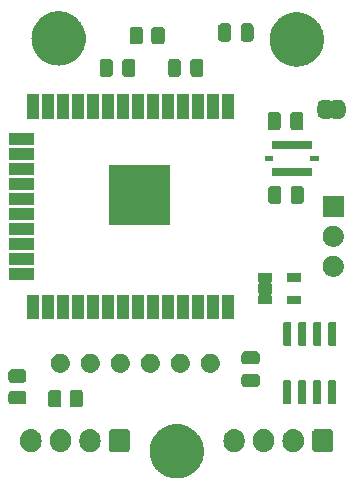
<source format=gbr>
G04 #@! TF.GenerationSoftware,KiCad,Pcbnew,7.0.2-6a45011f42~172~ubuntu22.04.1*
G04 #@! TF.CreationDate,2023-06-14T15:20:01+02:00*
G04 #@! TF.ProjectId,imu_module,696d755f-6d6f-4647-956c-652e6b696361,rev?*
G04 #@! TF.SameCoordinates,Original*
G04 #@! TF.FileFunction,Soldermask,Top*
G04 #@! TF.FilePolarity,Negative*
%FSLAX46Y46*%
G04 Gerber Fmt 4.6, Leading zero omitted, Abs format (unit mm)*
G04 Created by KiCad (PCBNEW 7.0.2-6a45011f42~172~ubuntu22.04.1) date 2023-06-14 15:20:01*
%MOMM*%
%LPD*%
G01*
G04 APERTURE LIST*
G04 APERTURE END LIST*
G36*
X15073037Y-35153787D02*
G01*
X15144468Y-35153787D01*
X15221486Y-35163516D01*
X15300341Y-35168685D01*
X15366379Y-35181820D01*
X15431115Y-35189999D01*
X15512353Y-35210857D01*
X15595543Y-35227405D01*
X15653728Y-35247156D01*
X15710973Y-35261854D01*
X15794797Y-35295042D01*
X15880555Y-35324153D01*
X15930371Y-35348719D01*
X15979613Y-35368216D01*
X16064184Y-35414709D01*
X16150500Y-35457276D01*
X16191759Y-35484844D01*
X16232802Y-35507408D01*
X16316072Y-35567907D01*
X16400760Y-35624494D01*
X16433619Y-35653310D01*
X16466555Y-35677240D01*
X16546354Y-35752176D01*
X16627053Y-35822947D01*
X16651952Y-35851339D01*
X16677174Y-35875024D01*
X16751251Y-35964569D01*
X16825506Y-36049240D01*
X16843181Y-36075693D01*
X16861348Y-36097653D01*
X16927421Y-36201767D01*
X16992724Y-36299500D01*
X17004155Y-36322680D01*
X17016166Y-36341606D01*
X17071961Y-36460176D01*
X17125847Y-36569445D01*
X17132235Y-36588263D01*
X17139185Y-36603033D01*
X17182472Y-36736260D01*
X17222595Y-36854457D01*
X17225307Y-36868091D01*
X17228470Y-36877826D01*
X17257155Y-37028203D01*
X17281315Y-37149659D01*
X17281833Y-37157570D01*
X17282610Y-37161641D01*
X17294831Y-37355887D01*
X17301000Y-37450000D01*
X17294829Y-37544152D01*
X17282610Y-37738358D01*
X17281833Y-37742427D01*
X17281315Y-37750341D01*
X17257151Y-37871820D01*
X17228470Y-38022173D01*
X17225307Y-38031905D01*
X17222595Y-38045543D01*
X17182465Y-38163761D01*
X17139185Y-38296966D01*
X17132236Y-38311732D01*
X17125847Y-38330555D01*
X17071951Y-38439843D01*
X17016166Y-38558393D01*
X17004157Y-38577315D01*
X16992724Y-38600500D01*
X16927408Y-38698251D01*
X16861348Y-38802346D01*
X16843185Y-38824301D01*
X16825506Y-38850760D01*
X16751237Y-38935447D01*
X16677174Y-39024975D01*
X16651957Y-39048655D01*
X16627053Y-39077053D01*
X16546338Y-39147837D01*
X16466555Y-39222759D01*
X16433625Y-39246683D01*
X16400760Y-39275506D01*
X16316055Y-39332103D01*
X16232802Y-39392591D01*
X16191768Y-39415149D01*
X16150500Y-39442724D01*
X16064166Y-39485299D01*
X15979613Y-39531783D01*
X15930381Y-39551275D01*
X15880555Y-39575847D01*
X15794779Y-39604963D01*
X15710973Y-39638145D01*
X15653740Y-39652839D01*
X15595543Y-39672595D01*
X15512335Y-39689146D01*
X15431115Y-39710000D01*
X15366389Y-39718176D01*
X15300341Y-39731315D01*
X15221481Y-39736483D01*
X15144468Y-39746213D01*
X15073037Y-39746213D01*
X15000000Y-39751000D01*
X14926963Y-39746213D01*
X14855532Y-39746213D01*
X14778517Y-39736483D01*
X14699659Y-39731315D01*
X14633611Y-39718177D01*
X14568884Y-39710000D01*
X14487659Y-39689145D01*
X14404457Y-39672595D01*
X14346262Y-39652840D01*
X14289026Y-39638145D01*
X14205213Y-39604961D01*
X14119445Y-39575847D01*
X14069622Y-39551277D01*
X14020386Y-39531783D01*
X13935823Y-39485294D01*
X13849500Y-39442724D01*
X13808236Y-39415152D01*
X13767197Y-39392591D01*
X13683931Y-39332095D01*
X13599240Y-39275506D01*
X13566378Y-39246687D01*
X13533444Y-39222759D01*
X13453646Y-39147824D01*
X13372947Y-39077053D01*
X13348047Y-39048660D01*
X13322825Y-39024975D01*
X13248744Y-38935427D01*
X13174494Y-38850760D01*
X13156818Y-38824307D01*
X13138651Y-38802346D01*
X13072571Y-38698221D01*
X13007276Y-38600500D01*
X12995845Y-38577322D01*
X12983833Y-38558393D01*
X12928026Y-38439799D01*
X12874153Y-38330555D01*
X12867766Y-38311740D01*
X12860814Y-38296966D01*
X12817511Y-38163692D01*
X12777405Y-38045543D01*
X12774693Y-38031913D01*
X12771529Y-38022173D01*
X12742824Y-37871697D01*
X12718685Y-37750341D01*
X12718166Y-37742435D01*
X12717389Y-37738358D01*
X12705144Y-37543755D01*
X12699000Y-37450000D01*
X12705144Y-37356252D01*
X12717389Y-37161641D01*
X12718166Y-37157562D01*
X12718685Y-37149659D01*
X12742819Y-37028325D01*
X12771529Y-36877826D01*
X12774694Y-36868083D01*
X12777405Y-36854457D01*
X12817503Y-36736329D01*
X12860814Y-36603033D01*
X12867767Y-36588256D01*
X12874153Y-36569445D01*
X12928016Y-36460221D01*
X12983833Y-36341606D01*
X12995848Y-36322673D01*
X13007276Y-36299500D01*
X13072558Y-36201797D01*
X13138651Y-36097653D01*
X13156822Y-36075687D01*
X13174494Y-36049240D01*
X13248730Y-35964589D01*
X13322825Y-35875024D01*
X13348052Y-35851333D01*
X13372947Y-35822947D01*
X13453630Y-35752189D01*
X13533444Y-35677240D01*
X13566385Y-35653306D01*
X13599240Y-35624494D01*
X13683914Y-35567916D01*
X13767197Y-35507408D01*
X13808245Y-35484841D01*
X13849500Y-35457276D01*
X13935805Y-35414714D01*
X14020386Y-35368216D01*
X14069632Y-35348717D01*
X14119445Y-35324153D01*
X14205195Y-35295044D01*
X14289026Y-35261854D01*
X14346274Y-35247155D01*
X14404457Y-35227405D01*
X14487642Y-35210858D01*
X14568884Y-35189999D01*
X14633622Y-35181820D01*
X14699659Y-35168685D01*
X14778513Y-35163516D01*
X14855532Y-35153787D01*
X14926963Y-35153787D01*
X15000000Y-35149000D01*
X15073037Y-35153787D01*
G37*
G36*
X10818914Y-35581995D02*
G01*
X10834726Y-35588976D01*
X10842531Y-35590213D01*
X10875039Y-35606776D01*
X10920106Y-35626676D01*
X10998324Y-35704894D01*
X11018226Y-35749967D01*
X11034786Y-35782468D01*
X11036021Y-35790270D01*
X11043005Y-35806086D01*
X11051000Y-35875000D01*
X11051000Y-37225000D01*
X11043005Y-37293914D01*
X11036021Y-37309729D01*
X11034786Y-37317531D01*
X11018229Y-37350024D01*
X10998324Y-37395106D01*
X10920106Y-37473324D01*
X10875024Y-37493229D01*
X10842531Y-37509786D01*
X10834729Y-37511021D01*
X10818914Y-37518005D01*
X10750000Y-37526000D01*
X9550000Y-37526000D01*
X9481086Y-37518005D01*
X9465270Y-37511021D01*
X9457468Y-37509786D01*
X9424967Y-37493226D01*
X9379894Y-37473324D01*
X9301676Y-37395106D01*
X9281776Y-37350039D01*
X9265213Y-37317531D01*
X9263976Y-37309726D01*
X9256995Y-37293914D01*
X9249000Y-37225000D01*
X9249000Y-35875000D01*
X9256995Y-35806086D01*
X9263976Y-35790274D01*
X9265213Y-35782468D01*
X9281780Y-35749953D01*
X9301676Y-35704894D01*
X9379894Y-35626676D01*
X9424953Y-35606780D01*
X9457468Y-35590213D01*
X9465274Y-35588976D01*
X9481086Y-35581995D01*
X9550000Y-35574000D01*
X10750000Y-35574000D01*
X10818914Y-35581995D01*
G37*
G36*
X28018914Y-35581995D02*
G01*
X28034726Y-35588976D01*
X28042531Y-35590213D01*
X28075039Y-35606776D01*
X28120106Y-35626676D01*
X28198324Y-35704894D01*
X28218226Y-35749967D01*
X28234786Y-35782468D01*
X28236021Y-35790270D01*
X28243005Y-35806086D01*
X28251000Y-35875000D01*
X28251000Y-37225000D01*
X28243005Y-37293914D01*
X28236021Y-37309729D01*
X28234786Y-37317531D01*
X28218229Y-37350024D01*
X28198324Y-37395106D01*
X28120106Y-37473324D01*
X28075024Y-37493229D01*
X28042531Y-37509786D01*
X28034729Y-37511021D01*
X28018914Y-37518005D01*
X27950000Y-37526000D01*
X26750000Y-37526000D01*
X26681086Y-37518005D01*
X26665270Y-37511021D01*
X26657468Y-37509786D01*
X26624967Y-37493226D01*
X26579894Y-37473324D01*
X26501676Y-37395106D01*
X26481776Y-37350039D01*
X26465213Y-37317531D01*
X26463976Y-37309726D01*
X26456995Y-37293914D01*
X26449000Y-37225000D01*
X26449000Y-35875000D01*
X26456995Y-35806086D01*
X26463976Y-35790274D01*
X26465213Y-35782468D01*
X26481780Y-35749953D01*
X26501676Y-35704894D01*
X26579894Y-35626676D01*
X26624953Y-35606780D01*
X26657468Y-35590213D01*
X26665274Y-35588976D01*
X26681086Y-35581995D01*
X26750000Y-35574000D01*
X27950000Y-35574000D01*
X28018914Y-35581995D01*
G37*
G36*
X2693983Y-35578936D02*
G01*
X2744180Y-35578936D01*
X2787524Y-35588149D01*
X2825659Y-35591905D01*
X2873566Y-35606437D01*
X2928424Y-35618098D01*
X2963530Y-35633728D01*
X2994566Y-35643143D01*
X3043884Y-35669504D01*
X3100500Y-35694711D01*
X3126822Y-35713835D01*
X3150232Y-35726348D01*
X3197988Y-35765540D01*
X3252887Y-35805427D01*
X3270711Y-35825223D01*
X3286675Y-35838324D01*
X3329572Y-35890594D01*
X3378924Y-35945405D01*
X3389292Y-35963363D01*
X3398651Y-35974767D01*
X3433273Y-36039542D01*
X3473104Y-36108530D01*
X3477685Y-36122630D01*
X3481856Y-36130433D01*
X3504852Y-36206242D01*
X3531311Y-36287672D01*
X3532242Y-36296532D01*
X3533094Y-36299340D01*
X3541387Y-36383539D01*
X3551000Y-36475000D01*
X3551000Y-36625000D01*
X3541385Y-36716475D01*
X3533094Y-36800659D01*
X3532242Y-36803466D01*
X3531311Y-36812328D01*
X3504848Y-36893771D01*
X3481856Y-36969566D01*
X3477686Y-36977366D01*
X3473104Y-36991470D01*
X3433266Y-37060470D01*
X3398651Y-37125232D01*
X3389294Y-37136633D01*
X3378924Y-37154595D01*
X3329563Y-37209415D01*
X3286675Y-37261675D01*
X3270714Y-37274773D01*
X3252887Y-37294573D01*
X3197977Y-37334467D01*
X3150232Y-37373651D01*
X3126827Y-37386161D01*
X3100500Y-37405289D01*
X3043873Y-37430500D01*
X2994566Y-37456856D01*
X2963537Y-37466268D01*
X2928424Y-37481902D01*
X2873555Y-37493564D01*
X2825659Y-37508094D01*
X2787532Y-37511849D01*
X2744180Y-37521064D01*
X2693973Y-37521064D01*
X2650000Y-37525395D01*
X2606027Y-37521064D01*
X2555820Y-37521064D01*
X2512467Y-37511849D01*
X2474340Y-37508094D01*
X2426441Y-37493563D01*
X2371576Y-37481902D01*
X2336464Y-37466269D01*
X2305433Y-37456856D01*
X2256120Y-37430498D01*
X2199500Y-37405289D01*
X2173175Y-37386163D01*
X2149767Y-37373651D01*
X2102013Y-37334460D01*
X2047113Y-37294573D01*
X2029287Y-37274776D01*
X2013324Y-37261675D01*
X1970425Y-37209402D01*
X1921076Y-37154595D01*
X1910708Y-37136637D01*
X1901348Y-37125232D01*
X1866719Y-37060447D01*
X1826896Y-36991470D01*
X1822315Y-36977371D01*
X1818143Y-36969566D01*
X1795136Y-36893725D01*
X1768689Y-36812328D01*
X1767758Y-36803471D01*
X1766905Y-36800659D01*
X1758605Y-36716394D01*
X1749000Y-36625000D01*
X1749000Y-36475000D01*
X1758604Y-36383620D01*
X1766905Y-36299340D01*
X1767758Y-36296527D01*
X1768689Y-36287672D01*
X1795132Y-36206288D01*
X1818143Y-36130433D01*
X1822315Y-36122626D01*
X1826896Y-36108530D01*
X1866712Y-36039565D01*
X1901348Y-35974767D01*
X1910710Y-35963359D01*
X1921076Y-35945405D01*
X1970416Y-35890607D01*
X2013324Y-35838324D01*
X2029291Y-35825219D01*
X2047113Y-35805427D01*
X2102002Y-35765546D01*
X2149767Y-35726348D01*
X2173180Y-35713833D01*
X2199500Y-35694711D01*
X2256109Y-35669506D01*
X2305433Y-35643143D01*
X2336471Y-35633727D01*
X2371576Y-35618098D01*
X2426430Y-35606438D01*
X2474340Y-35591905D01*
X2512476Y-35588148D01*
X2555820Y-35578936D01*
X2606016Y-35578936D01*
X2649999Y-35574604D01*
X2693983Y-35578936D01*
G37*
G36*
X5193983Y-35578936D02*
G01*
X5244180Y-35578936D01*
X5287524Y-35588149D01*
X5325659Y-35591905D01*
X5373566Y-35606437D01*
X5428424Y-35618098D01*
X5463530Y-35633728D01*
X5494566Y-35643143D01*
X5543884Y-35669504D01*
X5600500Y-35694711D01*
X5626822Y-35713835D01*
X5650232Y-35726348D01*
X5697988Y-35765540D01*
X5752887Y-35805427D01*
X5770711Y-35825223D01*
X5786675Y-35838324D01*
X5829572Y-35890594D01*
X5878924Y-35945405D01*
X5889292Y-35963363D01*
X5898651Y-35974767D01*
X5933273Y-36039542D01*
X5973104Y-36108530D01*
X5977685Y-36122630D01*
X5981856Y-36130433D01*
X6004852Y-36206242D01*
X6031311Y-36287672D01*
X6032242Y-36296532D01*
X6033094Y-36299340D01*
X6041387Y-36383539D01*
X6051000Y-36475000D01*
X6051000Y-36625000D01*
X6041385Y-36716475D01*
X6033094Y-36800659D01*
X6032242Y-36803466D01*
X6031311Y-36812328D01*
X6004848Y-36893771D01*
X5981856Y-36969566D01*
X5977686Y-36977366D01*
X5973104Y-36991470D01*
X5933266Y-37060470D01*
X5898651Y-37125232D01*
X5889294Y-37136633D01*
X5878924Y-37154595D01*
X5829563Y-37209415D01*
X5786675Y-37261675D01*
X5770714Y-37274773D01*
X5752887Y-37294573D01*
X5697977Y-37334467D01*
X5650232Y-37373651D01*
X5626827Y-37386161D01*
X5600500Y-37405289D01*
X5543873Y-37430500D01*
X5494566Y-37456856D01*
X5463537Y-37466268D01*
X5428424Y-37481902D01*
X5373555Y-37493564D01*
X5325659Y-37508094D01*
X5287533Y-37511849D01*
X5244180Y-37521064D01*
X5193972Y-37521064D01*
X5149999Y-37525395D01*
X5106026Y-37521064D01*
X5055820Y-37521064D01*
X5012467Y-37511849D01*
X4974340Y-37508094D01*
X4926441Y-37493563D01*
X4871576Y-37481902D01*
X4836464Y-37466269D01*
X4805433Y-37456856D01*
X4756120Y-37430498D01*
X4699500Y-37405289D01*
X4673175Y-37386163D01*
X4649767Y-37373651D01*
X4602013Y-37334460D01*
X4547113Y-37294573D01*
X4529287Y-37274776D01*
X4513324Y-37261675D01*
X4470425Y-37209402D01*
X4421076Y-37154595D01*
X4410708Y-37136637D01*
X4401348Y-37125232D01*
X4366719Y-37060447D01*
X4326896Y-36991470D01*
X4322315Y-36977371D01*
X4318143Y-36969566D01*
X4295136Y-36893725D01*
X4268689Y-36812328D01*
X4267758Y-36803471D01*
X4266905Y-36800659D01*
X4258605Y-36716394D01*
X4249000Y-36625000D01*
X4249000Y-36475000D01*
X4258604Y-36383620D01*
X4266905Y-36299340D01*
X4267758Y-36296527D01*
X4268689Y-36287672D01*
X4295132Y-36206288D01*
X4318143Y-36130433D01*
X4322315Y-36122626D01*
X4326896Y-36108530D01*
X4366712Y-36039565D01*
X4401348Y-35974767D01*
X4410710Y-35963359D01*
X4421076Y-35945405D01*
X4470416Y-35890607D01*
X4513324Y-35838324D01*
X4529291Y-35825219D01*
X4547113Y-35805427D01*
X4602002Y-35765546D01*
X4649767Y-35726348D01*
X4673180Y-35713833D01*
X4699500Y-35694711D01*
X4756109Y-35669506D01*
X4805433Y-35643143D01*
X4836471Y-35633727D01*
X4871576Y-35618098D01*
X4926430Y-35606438D01*
X4974340Y-35591905D01*
X5012476Y-35588148D01*
X5055820Y-35578936D01*
X5106016Y-35578936D01*
X5150000Y-35574604D01*
X5193983Y-35578936D01*
G37*
G36*
X7693983Y-35578936D02*
G01*
X7744180Y-35578936D01*
X7787524Y-35588149D01*
X7825659Y-35591905D01*
X7873566Y-35606437D01*
X7928424Y-35618098D01*
X7963530Y-35633728D01*
X7994566Y-35643143D01*
X8043884Y-35669504D01*
X8100500Y-35694711D01*
X8126822Y-35713835D01*
X8150232Y-35726348D01*
X8197988Y-35765540D01*
X8252887Y-35805427D01*
X8270711Y-35825223D01*
X8286675Y-35838324D01*
X8329572Y-35890594D01*
X8378924Y-35945405D01*
X8389292Y-35963363D01*
X8398651Y-35974767D01*
X8433273Y-36039542D01*
X8473104Y-36108530D01*
X8477685Y-36122630D01*
X8481856Y-36130433D01*
X8504852Y-36206242D01*
X8531311Y-36287672D01*
X8532242Y-36296532D01*
X8533094Y-36299340D01*
X8541387Y-36383539D01*
X8551000Y-36475000D01*
X8551000Y-36625000D01*
X8541385Y-36716475D01*
X8533094Y-36800659D01*
X8532242Y-36803466D01*
X8531311Y-36812328D01*
X8504848Y-36893771D01*
X8481856Y-36969566D01*
X8477686Y-36977366D01*
X8473104Y-36991470D01*
X8433266Y-37060470D01*
X8398651Y-37125232D01*
X8389294Y-37136633D01*
X8378924Y-37154595D01*
X8329563Y-37209415D01*
X8286675Y-37261675D01*
X8270714Y-37274773D01*
X8252887Y-37294573D01*
X8197977Y-37334467D01*
X8150232Y-37373651D01*
X8126827Y-37386161D01*
X8100500Y-37405289D01*
X8043873Y-37430500D01*
X7994566Y-37456856D01*
X7963537Y-37466268D01*
X7928424Y-37481902D01*
X7873555Y-37493564D01*
X7825659Y-37508094D01*
X7787532Y-37511849D01*
X7744180Y-37521064D01*
X7693973Y-37521064D01*
X7650000Y-37525395D01*
X7606027Y-37521064D01*
X7555820Y-37521064D01*
X7512467Y-37511849D01*
X7474340Y-37508094D01*
X7426441Y-37493563D01*
X7371576Y-37481902D01*
X7336464Y-37466269D01*
X7305433Y-37456856D01*
X7256120Y-37430498D01*
X7199500Y-37405289D01*
X7173175Y-37386163D01*
X7149767Y-37373651D01*
X7102013Y-37334460D01*
X7047113Y-37294573D01*
X7029287Y-37274776D01*
X7013324Y-37261675D01*
X6970425Y-37209402D01*
X6921076Y-37154595D01*
X6910708Y-37136637D01*
X6901348Y-37125232D01*
X6866719Y-37060447D01*
X6826896Y-36991470D01*
X6822315Y-36977371D01*
X6818143Y-36969566D01*
X6795136Y-36893725D01*
X6768689Y-36812328D01*
X6767758Y-36803471D01*
X6766905Y-36800659D01*
X6758605Y-36716394D01*
X6749000Y-36625000D01*
X6749000Y-36475000D01*
X6758604Y-36383620D01*
X6766905Y-36299340D01*
X6767758Y-36296527D01*
X6768689Y-36287672D01*
X6795132Y-36206288D01*
X6818143Y-36130433D01*
X6822315Y-36122626D01*
X6826896Y-36108530D01*
X6866712Y-36039565D01*
X6901348Y-35974767D01*
X6910710Y-35963359D01*
X6921076Y-35945405D01*
X6970416Y-35890607D01*
X7013324Y-35838324D01*
X7029291Y-35825219D01*
X7047113Y-35805427D01*
X7102002Y-35765546D01*
X7149767Y-35726348D01*
X7173180Y-35713833D01*
X7199500Y-35694711D01*
X7256109Y-35669506D01*
X7305433Y-35643143D01*
X7336471Y-35633727D01*
X7371576Y-35618098D01*
X7426430Y-35606438D01*
X7474340Y-35591905D01*
X7512476Y-35588148D01*
X7555820Y-35578936D01*
X7606016Y-35578936D01*
X7649999Y-35574604D01*
X7693983Y-35578936D01*
G37*
G36*
X19893983Y-35578936D02*
G01*
X19944180Y-35578936D01*
X19987524Y-35588149D01*
X20025659Y-35591905D01*
X20073566Y-35606437D01*
X20128424Y-35618098D01*
X20163530Y-35633728D01*
X20194566Y-35643143D01*
X20243884Y-35669504D01*
X20300500Y-35694711D01*
X20326822Y-35713835D01*
X20350232Y-35726348D01*
X20397988Y-35765540D01*
X20452887Y-35805427D01*
X20470711Y-35825223D01*
X20486675Y-35838324D01*
X20529572Y-35890594D01*
X20578924Y-35945405D01*
X20589292Y-35963363D01*
X20598651Y-35974767D01*
X20633273Y-36039542D01*
X20673104Y-36108530D01*
X20677685Y-36122630D01*
X20681856Y-36130433D01*
X20704852Y-36206242D01*
X20731311Y-36287672D01*
X20732242Y-36296532D01*
X20733094Y-36299340D01*
X20741387Y-36383539D01*
X20751000Y-36475000D01*
X20751000Y-36625000D01*
X20741385Y-36716475D01*
X20733094Y-36800659D01*
X20732242Y-36803466D01*
X20731311Y-36812328D01*
X20704848Y-36893771D01*
X20681856Y-36969566D01*
X20677686Y-36977366D01*
X20673104Y-36991470D01*
X20633266Y-37060470D01*
X20598651Y-37125232D01*
X20589294Y-37136633D01*
X20578924Y-37154595D01*
X20529563Y-37209415D01*
X20486675Y-37261675D01*
X20470714Y-37274773D01*
X20452887Y-37294573D01*
X20397977Y-37334467D01*
X20350232Y-37373651D01*
X20326827Y-37386161D01*
X20300500Y-37405289D01*
X20243873Y-37430500D01*
X20194566Y-37456856D01*
X20163537Y-37466268D01*
X20128424Y-37481902D01*
X20073555Y-37493564D01*
X20025659Y-37508094D01*
X19987532Y-37511849D01*
X19944180Y-37521064D01*
X19893973Y-37521064D01*
X19850000Y-37525395D01*
X19806027Y-37521064D01*
X19755820Y-37521064D01*
X19712467Y-37511849D01*
X19674340Y-37508094D01*
X19626441Y-37493563D01*
X19571576Y-37481902D01*
X19536464Y-37466269D01*
X19505433Y-37456856D01*
X19456120Y-37430498D01*
X19399500Y-37405289D01*
X19373175Y-37386163D01*
X19349767Y-37373651D01*
X19302013Y-37334460D01*
X19247113Y-37294573D01*
X19229287Y-37274776D01*
X19213324Y-37261675D01*
X19170425Y-37209402D01*
X19121076Y-37154595D01*
X19110708Y-37136637D01*
X19101348Y-37125232D01*
X19066719Y-37060447D01*
X19026896Y-36991470D01*
X19022315Y-36977371D01*
X19018143Y-36969566D01*
X18995136Y-36893725D01*
X18968689Y-36812328D01*
X18967758Y-36803471D01*
X18966905Y-36800659D01*
X18958605Y-36716394D01*
X18949000Y-36625000D01*
X18949000Y-36475000D01*
X18958604Y-36383620D01*
X18966905Y-36299340D01*
X18967758Y-36296527D01*
X18968689Y-36287672D01*
X18995132Y-36206288D01*
X19018143Y-36130433D01*
X19022315Y-36122626D01*
X19026896Y-36108530D01*
X19066712Y-36039565D01*
X19101348Y-35974767D01*
X19110710Y-35963359D01*
X19121076Y-35945405D01*
X19170416Y-35890607D01*
X19213324Y-35838324D01*
X19229291Y-35825219D01*
X19247113Y-35805427D01*
X19302002Y-35765546D01*
X19349767Y-35726348D01*
X19373180Y-35713833D01*
X19399500Y-35694711D01*
X19456109Y-35669506D01*
X19505433Y-35643143D01*
X19536471Y-35633727D01*
X19571576Y-35618098D01*
X19626430Y-35606438D01*
X19674340Y-35591905D01*
X19712476Y-35588148D01*
X19755820Y-35578936D01*
X19806016Y-35578936D01*
X19849999Y-35574604D01*
X19893983Y-35578936D01*
G37*
G36*
X22393983Y-35578936D02*
G01*
X22444180Y-35578936D01*
X22487524Y-35588149D01*
X22525659Y-35591905D01*
X22573566Y-35606437D01*
X22628424Y-35618098D01*
X22663530Y-35633728D01*
X22694566Y-35643143D01*
X22743884Y-35669504D01*
X22800500Y-35694711D01*
X22826822Y-35713835D01*
X22850232Y-35726348D01*
X22897988Y-35765540D01*
X22952887Y-35805427D01*
X22970711Y-35825223D01*
X22986675Y-35838324D01*
X23029572Y-35890594D01*
X23078924Y-35945405D01*
X23089292Y-35963363D01*
X23098651Y-35974767D01*
X23133273Y-36039542D01*
X23173104Y-36108530D01*
X23177685Y-36122630D01*
X23181856Y-36130433D01*
X23204852Y-36206242D01*
X23231311Y-36287672D01*
X23232242Y-36296532D01*
X23233094Y-36299340D01*
X23241387Y-36383539D01*
X23251000Y-36475000D01*
X23251000Y-36625000D01*
X23241385Y-36716475D01*
X23233094Y-36800659D01*
X23232242Y-36803466D01*
X23231311Y-36812328D01*
X23204848Y-36893771D01*
X23181856Y-36969566D01*
X23177686Y-36977366D01*
X23173104Y-36991470D01*
X23133266Y-37060470D01*
X23098651Y-37125232D01*
X23089294Y-37136633D01*
X23078924Y-37154595D01*
X23029563Y-37209415D01*
X22986675Y-37261675D01*
X22970714Y-37274773D01*
X22952887Y-37294573D01*
X22897977Y-37334467D01*
X22850232Y-37373651D01*
X22826827Y-37386161D01*
X22800500Y-37405289D01*
X22743873Y-37430500D01*
X22694566Y-37456856D01*
X22663537Y-37466268D01*
X22628424Y-37481902D01*
X22573555Y-37493564D01*
X22525659Y-37508094D01*
X22487533Y-37511849D01*
X22444180Y-37521064D01*
X22393972Y-37521064D01*
X22349999Y-37525395D01*
X22306026Y-37521064D01*
X22255820Y-37521064D01*
X22212467Y-37511849D01*
X22174340Y-37508094D01*
X22126441Y-37493563D01*
X22071576Y-37481902D01*
X22036464Y-37466269D01*
X22005433Y-37456856D01*
X21956120Y-37430498D01*
X21899500Y-37405289D01*
X21873175Y-37386163D01*
X21849767Y-37373651D01*
X21802013Y-37334460D01*
X21747113Y-37294573D01*
X21729287Y-37274776D01*
X21713324Y-37261675D01*
X21670425Y-37209402D01*
X21621076Y-37154595D01*
X21610708Y-37136637D01*
X21601348Y-37125232D01*
X21566719Y-37060447D01*
X21526896Y-36991470D01*
X21522315Y-36977371D01*
X21518143Y-36969566D01*
X21495136Y-36893725D01*
X21468689Y-36812328D01*
X21467758Y-36803471D01*
X21466905Y-36800659D01*
X21458605Y-36716394D01*
X21449000Y-36625000D01*
X21449000Y-36475000D01*
X21458604Y-36383620D01*
X21466905Y-36299340D01*
X21467758Y-36296527D01*
X21468689Y-36287672D01*
X21495132Y-36206288D01*
X21518143Y-36130433D01*
X21522315Y-36122626D01*
X21526896Y-36108530D01*
X21566712Y-36039565D01*
X21601348Y-35974767D01*
X21610710Y-35963359D01*
X21621076Y-35945405D01*
X21670416Y-35890607D01*
X21713324Y-35838324D01*
X21729291Y-35825219D01*
X21747113Y-35805427D01*
X21802002Y-35765546D01*
X21849767Y-35726348D01*
X21873180Y-35713833D01*
X21899500Y-35694711D01*
X21956109Y-35669506D01*
X22005433Y-35643143D01*
X22036471Y-35633727D01*
X22071576Y-35618098D01*
X22126430Y-35606438D01*
X22174340Y-35591905D01*
X22212476Y-35588148D01*
X22255820Y-35578936D01*
X22306016Y-35578936D01*
X22350000Y-35574604D01*
X22393983Y-35578936D01*
G37*
G36*
X24893983Y-35578936D02*
G01*
X24944180Y-35578936D01*
X24987524Y-35588149D01*
X25025659Y-35591905D01*
X25073566Y-35606437D01*
X25128424Y-35618098D01*
X25163530Y-35633728D01*
X25194566Y-35643143D01*
X25243884Y-35669504D01*
X25300500Y-35694711D01*
X25326822Y-35713835D01*
X25350232Y-35726348D01*
X25397988Y-35765540D01*
X25452887Y-35805427D01*
X25470711Y-35825223D01*
X25486675Y-35838324D01*
X25529572Y-35890594D01*
X25578924Y-35945405D01*
X25589292Y-35963363D01*
X25598651Y-35974767D01*
X25633273Y-36039542D01*
X25673104Y-36108530D01*
X25677685Y-36122630D01*
X25681856Y-36130433D01*
X25704852Y-36206242D01*
X25731311Y-36287672D01*
X25732242Y-36296532D01*
X25733094Y-36299340D01*
X25741387Y-36383539D01*
X25751000Y-36475000D01*
X25751000Y-36625000D01*
X25741385Y-36716475D01*
X25733094Y-36800659D01*
X25732242Y-36803466D01*
X25731311Y-36812328D01*
X25704848Y-36893771D01*
X25681856Y-36969566D01*
X25677686Y-36977366D01*
X25673104Y-36991470D01*
X25633266Y-37060470D01*
X25598651Y-37125232D01*
X25589294Y-37136633D01*
X25578924Y-37154595D01*
X25529563Y-37209415D01*
X25486675Y-37261675D01*
X25470714Y-37274773D01*
X25452887Y-37294573D01*
X25397977Y-37334467D01*
X25350232Y-37373651D01*
X25326827Y-37386161D01*
X25300500Y-37405289D01*
X25243873Y-37430500D01*
X25194566Y-37456856D01*
X25163537Y-37466268D01*
X25128424Y-37481902D01*
X25073555Y-37493564D01*
X25025659Y-37508094D01*
X24987532Y-37511849D01*
X24944180Y-37521064D01*
X24893973Y-37521064D01*
X24850000Y-37525395D01*
X24806027Y-37521064D01*
X24755820Y-37521064D01*
X24712467Y-37511849D01*
X24674340Y-37508094D01*
X24626441Y-37493563D01*
X24571576Y-37481902D01*
X24536464Y-37466269D01*
X24505433Y-37456856D01*
X24456120Y-37430498D01*
X24399500Y-37405289D01*
X24373175Y-37386163D01*
X24349767Y-37373651D01*
X24302013Y-37334460D01*
X24247113Y-37294573D01*
X24229287Y-37274776D01*
X24213324Y-37261675D01*
X24170425Y-37209402D01*
X24121076Y-37154595D01*
X24110708Y-37136637D01*
X24101348Y-37125232D01*
X24066719Y-37060447D01*
X24026896Y-36991470D01*
X24022315Y-36977371D01*
X24018143Y-36969566D01*
X23995136Y-36893725D01*
X23968689Y-36812328D01*
X23967758Y-36803471D01*
X23966905Y-36800659D01*
X23958605Y-36716394D01*
X23949000Y-36625000D01*
X23949000Y-36475000D01*
X23958604Y-36383620D01*
X23966905Y-36299340D01*
X23967758Y-36296527D01*
X23968689Y-36287672D01*
X23995132Y-36206288D01*
X24018143Y-36130433D01*
X24022315Y-36122626D01*
X24026896Y-36108530D01*
X24066712Y-36039565D01*
X24101348Y-35974767D01*
X24110710Y-35963359D01*
X24121076Y-35945405D01*
X24170416Y-35890607D01*
X24213324Y-35838324D01*
X24229291Y-35825219D01*
X24247113Y-35805427D01*
X24302002Y-35765546D01*
X24349767Y-35726348D01*
X24373180Y-35713833D01*
X24399500Y-35694711D01*
X24456109Y-35669506D01*
X24505433Y-35643143D01*
X24536471Y-35633727D01*
X24571576Y-35618098D01*
X24626430Y-35606438D01*
X24674340Y-35591905D01*
X24712476Y-35588148D01*
X24755820Y-35578936D01*
X24806016Y-35578936D01*
X24849999Y-35574604D01*
X24893983Y-35578936D01*
G37*
G36*
X5007608Y-32251920D02*
G01*
X5023259Y-32258830D01*
X5031672Y-32260163D01*
X5066707Y-32278014D01*
X5110553Y-32297374D01*
X5190126Y-32376947D01*
X5209488Y-32420799D01*
X5227336Y-32455827D01*
X5228668Y-32464237D01*
X5235580Y-32479892D01*
X5238500Y-32505060D01*
X5238500Y-33494940D01*
X5235580Y-33520108D01*
X5228667Y-33535762D01*
X5227336Y-33544172D01*
X5209491Y-33579192D01*
X5190126Y-33623053D01*
X5110553Y-33702626D01*
X5066692Y-33721991D01*
X5031672Y-33739836D01*
X5023262Y-33741167D01*
X5007608Y-33748080D01*
X4982440Y-33751000D01*
X4367560Y-33751000D01*
X4342392Y-33748080D01*
X4326737Y-33741168D01*
X4318327Y-33739836D01*
X4283299Y-33721988D01*
X4239447Y-33702626D01*
X4159874Y-33623053D01*
X4140514Y-33579207D01*
X4122663Y-33544172D01*
X4121330Y-33535759D01*
X4114420Y-33520108D01*
X4111500Y-33494940D01*
X4111500Y-32505060D01*
X4114420Y-32479892D01*
X4121330Y-32464241D01*
X4122663Y-32455827D01*
X4140517Y-32420784D01*
X4159874Y-32376947D01*
X4239447Y-32297374D01*
X4283284Y-32278017D01*
X4318327Y-32260163D01*
X4326741Y-32258830D01*
X4342392Y-32251920D01*
X4367560Y-32249000D01*
X4982440Y-32249000D01*
X5007608Y-32251920D01*
G37*
G36*
X6832608Y-32251920D02*
G01*
X6848259Y-32258830D01*
X6856672Y-32260163D01*
X6891707Y-32278014D01*
X6935553Y-32297374D01*
X7015126Y-32376947D01*
X7034488Y-32420799D01*
X7052336Y-32455827D01*
X7053668Y-32464237D01*
X7060580Y-32479892D01*
X7063500Y-32505060D01*
X7063500Y-33494940D01*
X7060580Y-33520108D01*
X7053667Y-33535762D01*
X7052336Y-33544172D01*
X7034491Y-33579192D01*
X7015126Y-33623053D01*
X6935553Y-33702626D01*
X6891692Y-33721991D01*
X6856672Y-33739836D01*
X6848262Y-33741167D01*
X6832608Y-33748080D01*
X6807440Y-33751000D01*
X6192560Y-33751000D01*
X6167392Y-33748080D01*
X6151737Y-33741168D01*
X6143327Y-33739836D01*
X6108299Y-33721988D01*
X6064447Y-33702626D01*
X5984874Y-33623053D01*
X5965514Y-33579207D01*
X5947663Y-33544172D01*
X5946330Y-33535759D01*
X5939420Y-33520108D01*
X5936500Y-33494940D01*
X5936500Y-32505060D01*
X5939420Y-32479892D01*
X5946330Y-32464241D01*
X5947663Y-32455827D01*
X5965517Y-32420784D01*
X5984874Y-32376947D01*
X6064447Y-32297374D01*
X6108284Y-32278017D01*
X6143327Y-32260163D01*
X6151741Y-32258830D01*
X6167392Y-32251920D01*
X6192560Y-32249000D01*
X6807440Y-32249000D01*
X6832608Y-32251920D01*
G37*
G36*
X2020108Y-30526920D02*
G01*
X2035759Y-30533830D01*
X2044172Y-30535163D01*
X2079207Y-30553014D01*
X2123053Y-30572374D01*
X2202626Y-30651947D01*
X2221988Y-30695799D01*
X2239836Y-30730827D01*
X2241168Y-30739237D01*
X2248080Y-30754892D01*
X2251000Y-30780060D01*
X2251000Y-31394940D01*
X2248080Y-31420108D01*
X2241167Y-31435762D01*
X2239836Y-31444172D01*
X2221991Y-31479192D01*
X2202626Y-31523053D01*
X2123053Y-31602626D01*
X2079192Y-31621991D01*
X2044172Y-31639836D01*
X2035762Y-31641167D01*
X2020108Y-31648080D01*
X1994940Y-31651000D01*
X1005060Y-31651000D01*
X979892Y-31648080D01*
X964237Y-31641168D01*
X955827Y-31639836D01*
X920799Y-31621988D01*
X876947Y-31602626D01*
X797374Y-31523053D01*
X778014Y-31479207D01*
X760163Y-31444172D01*
X758830Y-31435759D01*
X751920Y-31420108D01*
X749000Y-31394940D01*
X749000Y-30780060D01*
X751920Y-30754892D01*
X758830Y-30739241D01*
X760163Y-30730827D01*
X778017Y-30695784D01*
X797374Y-30651947D01*
X876947Y-30572374D01*
X920784Y-30553017D01*
X955827Y-30535163D01*
X964241Y-30533830D01*
X979892Y-30526920D01*
X1005060Y-30524000D01*
X1994940Y-30524000D01*
X2020108Y-30526920D01*
G37*
G36*
X21793914Y-30906995D02*
G01*
X21809726Y-30913976D01*
X21817531Y-30915213D01*
X21850039Y-30931776D01*
X21895106Y-30951676D01*
X21973324Y-31029894D01*
X21993226Y-31074967D01*
X22009786Y-31107468D01*
X22011021Y-31115270D01*
X22018005Y-31131086D01*
X22026000Y-31200000D01*
X22026000Y-31700000D01*
X22018005Y-31768914D01*
X22011021Y-31784729D01*
X22009786Y-31792531D01*
X21993229Y-31825024D01*
X21973324Y-31870106D01*
X21895106Y-31948324D01*
X21850024Y-31968229D01*
X21817531Y-31984786D01*
X21809729Y-31986021D01*
X21793914Y-31993005D01*
X21725000Y-32001000D01*
X20775000Y-32001000D01*
X20706086Y-31993005D01*
X20690270Y-31986021D01*
X20682468Y-31984786D01*
X20649967Y-31968226D01*
X20604894Y-31948324D01*
X20526676Y-31870106D01*
X20506776Y-31825039D01*
X20490213Y-31792531D01*
X20488976Y-31784726D01*
X20481995Y-31768914D01*
X20474000Y-31700000D01*
X20474000Y-31200000D01*
X20481995Y-31131086D01*
X20488976Y-31115274D01*
X20490213Y-31107468D01*
X20506780Y-31074953D01*
X20526676Y-31029894D01*
X20604894Y-30951676D01*
X20649953Y-30931780D01*
X20682468Y-30915213D01*
X20690274Y-30913976D01*
X20706086Y-30906995D01*
X20775000Y-30899000D01*
X21725000Y-30899000D01*
X21793914Y-30906995D01*
G37*
G36*
X24511040Y-31452190D02*
G01*
X24543987Y-31456528D01*
X24552274Y-31460392D01*
X24571919Y-31464300D01*
X24597938Y-31481686D01*
X24609180Y-31486928D01*
X24616019Y-31493767D01*
X24637128Y-31507872D01*
X24651232Y-31528980D01*
X24658071Y-31535819D01*
X24663312Y-31547058D01*
X24680700Y-31573081D01*
X24684607Y-31592727D01*
X24688471Y-31601012D01*
X24692806Y-31633946D01*
X24696000Y-31650000D01*
X24696000Y-33300000D01*
X24692806Y-33316054D01*
X24688471Y-33348987D01*
X24684608Y-33357270D01*
X24680700Y-33376919D01*
X24663310Y-33402943D01*
X24658071Y-33414180D01*
X24651234Y-33421016D01*
X24637128Y-33442128D01*
X24616016Y-33456234D01*
X24609180Y-33463071D01*
X24597943Y-33468310D01*
X24571919Y-33485700D01*
X24552270Y-33489608D01*
X24543987Y-33493471D01*
X24511054Y-33497806D01*
X24495000Y-33501000D01*
X24195000Y-33501000D01*
X24178946Y-33497806D01*
X24146012Y-33493471D01*
X24137727Y-33489607D01*
X24118081Y-33485700D01*
X24092058Y-33468312D01*
X24080819Y-33463071D01*
X24073980Y-33456232D01*
X24052872Y-33442128D01*
X24038767Y-33421019D01*
X24031928Y-33414180D01*
X24026686Y-33402938D01*
X24009300Y-33376919D01*
X24005392Y-33357274D01*
X24001528Y-33348987D01*
X23997190Y-33316040D01*
X23994000Y-33300000D01*
X23994000Y-31650000D01*
X23997190Y-31633961D01*
X24001528Y-31601012D01*
X24005392Y-31592723D01*
X24009300Y-31573081D01*
X24026684Y-31547063D01*
X24031928Y-31535819D01*
X24038769Y-31528977D01*
X24052872Y-31507872D01*
X24073977Y-31493769D01*
X24080819Y-31486928D01*
X24092063Y-31481684D01*
X24118081Y-31464300D01*
X24137723Y-31460392D01*
X24146012Y-31456528D01*
X24178961Y-31452190D01*
X24195000Y-31449000D01*
X24495000Y-31449000D01*
X24511040Y-31452190D01*
G37*
G36*
X25781040Y-31452190D02*
G01*
X25813987Y-31456528D01*
X25822274Y-31460392D01*
X25841919Y-31464300D01*
X25867938Y-31481686D01*
X25879180Y-31486928D01*
X25886019Y-31493767D01*
X25907128Y-31507872D01*
X25921232Y-31528980D01*
X25928071Y-31535819D01*
X25933312Y-31547058D01*
X25950700Y-31573081D01*
X25954607Y-31592727D01*
X25958471Y-31601012D01*
X25962806Y-31633946D01*
X25966000Y-31650000D01*
X25966000Y-33300000D01*
X25962806Y-33316054D01*
X25958471Y-33348987D01*
X25954608Y-33357270D01*
X25950700Y-33376919D01*
X25933310Y-33402943D01*
X25928071Y-33414180D01*
X25921234Y-33421016D01*
X25907128Y-33442128D01*
X25886016Y-33456234D01*
X25879180Y-33463071D01*
X25867943Y-33468310D01*
X25841919Y-33485700D01*
X25822270Y-33489608D01*
X25813987Y-33493471D01*
X25781054Y-33497806D01*
X25765000Y-33501000D01*
X25465000Y-33501000D01*
X25448946Y-33497806D01*
X25416012Y-33493471D01*
X25407727Y-33489607D01*
X25388081Y-33485700D01*
X25362058Y-33468312D01*
X25350819Y-33463071D01*
X25343980Y-33456232D01*
X25322872Y-33442128D01*
X25308767Y-33421019D01*
X25301928Y-33414180D01*
X25296686Y-33402938D01*
X25279300Y-33376919D01*
X25275392Y-33357274D01*
X25271528Y-33348987D01*
X25267190Y-33316040D01*
X25264000Y-33300000D01*
X25264000Y-31650000D01*
X25267190Y-31633961D01*
X25271528Y-31601012D01*
X25275392Y-31592723D01*
X25279300Y-31573081D01*
X25296684Y-31547063D01*
X25301928Y-31535819D01*
X25308769Y-31528977D01*
X25322872Y-31507872D01*
X25343977Y-31493769D01*
X25350819Y-31486928D01*
X25362063Y-31481684D01*
X25388081Y-31464300D01*
X25407723Y-31460392D01*
X25416012Y-31456528D01*
X25448961Y-31452190D01*
X25465000Y-31449000D01*
X25765000Y-31449000D01*
X25781040Y-31452190D01*
G37*
G36*
X27051040Y-31452190D02*
G01*
X27083987Y-31456528D01*
X27092274Y-31460392D01*
X27111919Y-31464300D01*
X27137938Y-31481686D01*
X27149180Y-31486928D01*
X27156019Y-31493767D01*
X27177128Y-31507872D01*
X27191232Y-31528980D01*
X27198071Y-31535819D01*
X27203312Y-31547058D01*
X27220700Y-31573081D01*
X27224607Y-31592727D01*
X27228471Y-31601012D01*
X27232806Y-31633946D01*
X27236000Y-31650000D01*
X27236000Y-33300000D01*
X27232806Y-33316054D01*
X27228471Y-33348987D01*
X27224608Y-33357270D01*
X27220700Y-33376919D01*
X27203310Y-33402943D01*
X27198071Y-33414180D01*
X27191234Y-33421016D01*
X27177128Y-33442128D01*
X27156016Y-33456234D01*
X27149180Y-33463071D01*
X27137943Y-33468310D01*
X27111919Y-33485700D01*
X27092270Y-33489608D01*
X27083987Y-33493471D01*
X27051054Y-33497806D01*
X27035000Y-33501000D01*
X26735000Y-33501000D01*
X26718946Y-33497806D01*
X26686012Y-33493471D01*
X26677727Y-33489607D01*
X26658081Y-33485700D01*
X26632058Y-33468312D01*
X26620819Y-33463071D01*
X26613980Y-33456232D01*
X26592872Y-33442128D01*
X26578767Y-33421019D01*
X26571928Y-33414180D01*
X26566686Y-33402938D01*
X26549300Y-33376919D01*
X26545392Y-33357274D01*
X26541528Y-33348987D01*
X26537190Y-33316040D01*
X26534000Y-33300000D01*
X26534000Y-31650000D01*
X26537190Y-31633961D01*
X26541528Y-31601012D01*
X26545392Y-31592723D01*
X26549300Y-31573081D01*
X26566684Y-31547063D01*
X26571928Y-31535819D01*
X26578769Y-31528977D01*
X26592872Y-31507872D01*
X26613977Y-31493769D01*
X26620819Y-31486928D01*
X26632063Y-31481684D01*
X26658081Y-31464300D01*
X26677723Y-31460392D01*
X26686012Y-31456528D01*
X26718961Y-31452190D01*
X26735000Y-31449000D01*
X27035000Y-31449000D01*
X27051040Y-31452190D01*
G37*
G36*
X28321040Y-31452190D02*
G01*
X28353987Y-31456528D01*
X28362274Y-31460392D01*
X28381919Y-31464300D01*
X28407938Y-31481686D01*
X28419180Y-31486928D01*
X28426019Y-31493767D01*
X28447128Y-31507872D01*
X28461232Y-31528980D01*
X28468071Y-31535819D01*
X28473312Y-31547058D01*
X28490700Y-31573081D01*
X28494607Y-31592727D01*
X28498471Y-31601012D01*
X28502806Y-31633946D01*
X28506000Y-31650000D01*
X28506000Y-33300000D01*
X28502806Y-33316054D01*
X28498471Y-33348987D01*
X28494608Y-33357270D01*
X28490700Y-33376919D01*
X28473310Y-33402943D01*
X28468071Y-33414180D01*
X28461234Y-33421016D01*
X28447128Y-33442128D01*
X28426016Y-33456234D01*
X28419180Y-33463071D01*
X28407943Y-33468310D01*
X28381919Y-33485700D01*
X28362270Y-33489608D01*
X28353987Y-33493471D01*
X28321054Y-33497806D01*
X28305000Y-33501000D01*
X28005000Y-33501000D01*
X27988946Y-33497806D01*
X27956012Y-33493471D01*
X27947727Y-33489607D01*
X27928081Y-33485700D01*
X27902058Y-33468312D01*
X27890819Y-33463071D01*
X27883980Y-33456232D01*
X27862872Y-33442128D01*
X27848767Y-33421019D01*
X27841928Y-33414180D01*
X27836686Y-33402938D01*
X27819300Y-33376919D01*
X27815392Y-33357274D01*
X27811528Y-33348987D01*
X27807190Y-33316040D01*
X27804000Y-33300000D01*
X27804000Y-31650000D01*
X27807190Y-31633961D01*
X27811528Y-31601012D01*
X27815392Y-31592723D01*
X27819300Y-31573081D01*
X27836684Y-31547063D01*
X27841928Y-31535819D01*
X27848769Y-31528977D01*
X27862872Y-31507872D01*
X27883977Y-31493769D01*
X27890819Y-31486928D01*
X27902063Y-31481684D01*
X27928081Y-31464300D01*
X27947723Y-31460392D01*
X27956012Y-31456528D01*
X27988961Y-31452190D01*
X28005000Y-31449000D01*
X28305000Y-31449000D01*
X28321040Y-31452190D01*
G37*
G36*
X2020108Y-32351920D02*
G01*
X2035759Y-32358830D01*
X2044172Y-32360163D01*
X2079207Y-32378014D01*
X2123053Y-32397374D01*
X2202626Y-32476947D01*
X2221988Y-32520799D01*
X2239836Y-32555827D01*
X2241168Y-32564237D01*
X2248080Y-32579892D01*
X2251000Y-32605060D01*
X2251000Y-33219940D01*
X2248080Y-33245108D01*
X2241167Y-33260762D01*
X2239836Y-33269172D01*
X2221991Y-33304192D01*
X2202626Y-33348053D01*
X2123053Y-33427626D01*
X2079192Y-33446991D01*
X2044172Y-33464836D01*
X2035762Y-33466167D01*
X2020108Y-33473080D01*
X1994940Y-33476000D01*
X1005060Y-33476000D01*
X979892Y-33473080D01*
X964237Y-33466168D01*
X955827Y-33464836D01*
X920799Y-33446988D01*
X876947Y-33427626D01*
X797374Y-33348053D01*
X778014Y-33304207D01*
X760163Y-33269172D01*
X758830Y-33260759D01*
X751920Y-33245108D01*
X749000Y-33219940D01*
X749000Y-32605060D01*
X751920Y-32579892D01*
X758830Y-32564241D01*
X760163Y-32555827D01*
X778017Y-32520784D01*
X797374Y-32476947D01*
X876947Y-32397374D01*
X920784Y-32378017D01*
X955827Y-32360163D01*
X964241Y-32358830D01*
X979892Y-32351920D01*
X1005060Y-32349000D01*
X1994940Y-32349000D01*
X2020108Y-32351920D01*
G37*
G36*
X5175600Y-29192138D02*
G01*
X5214912Y-29192138D01*
X5259258Y-29201564D01*
X5310910Y-29207384D01*
X5348470Y-29220527D01*
X5381017Y-29227445D01*
X5427917Y-29248326D01*
X5482747Y-29267512D01*
X5511287Y-29285445D01*
X5536155Y-29296517D01*
X5582523Y-29330205D01*
X5636897Y-29364371D01*
X5656423Y-29383897D01*
X5673542Y-29396335D01*
X5715860Y-29443334D01*
X5765629Y-29493103D01*
X5777076Y-29511322D01*
X5787173Y-29522535D01*
X5821716Y-29582365D01*
X5862488Y-29647253D01*
X5867577Y-29661799D01*
X5872084Y-29669604D01*
X5895157Y-29740618D01*
X5922616Y-29819090D01*
X5923657Y-29828331D01*
X5924560Y-29831110D01*
X5932745Y-29908993D01*
X5943000Y-30000000D01*
X5932745Y-30091013D01*
X5924560Y-30168889D01*
X5923657Y-30171666D01*
X5922616Y-30180910D01*
X5895153Y-30259394D01*
X5872084Y-30330395D01*
X5867578Y-30338198D01*
X5862488Y-30352747D01*
X5821709Y-30417645D01*
X5787173Y-30477464D01*
X5777078Y-30488674D01*
X5765629Y-30506897D01*
X5715851Y-30556674D01*
X5673542Y-30603664D01*
X5656427Y-30616098D01*
X5636897Y-30635629D01*
X5582512Y-30669800D01*
X5536155Y-30703482D01*
X5511293Y-30714551D01*
X5482747Y-30732488D01*
X5427906Y-30751677D01*
X5381017Y-30772554D01*
X5348476Y-30779470D01*
X5310910Y-30792616D01*
X5259255Y-30798436D01*
X5214912Y-30807862D01*
X5175600Y-30807862D01*
X5130000Y-30813000D01*
X5084400Y-30807862D01*
X5045088Y-30807862D01*
X5000744Y-30798436D01*
X4949090Y-30792616D01*
X4911524Y-30779471D01*
X4878982Y-30772554D01*
X4832088Y-30751675D01*
X4777253Y-30732488D01*
X4748709Y-30714552D01*
X4723844Y-30703482D01*
X4677479Y-30669796D01*
X4623103Y-30635629D01*
X4603575Y-30616101D01*
X4586457Y-30603664D01*
X4544138Y-30556664D01*
X4494371Y-30506897D01*
X4482923Y-30488678D01*
X4472826Y-30477464D01*
X4438278Y-30417626D01*
X4397512Y-30352747D01*
X4392422Y-30338202D01*
X4387915Y-30330395D01*
X4364832Y-30259354D01*
X4337384Y-30180910D01*
X4336343Y-30171671D01*
X4335439Y-30168889D01*
X4327240Y-30090881D01*
X4317000Y-30000000D01*
X4327239Y-29909125D01*
X4335439Y-29831110D01*
X4336343Y-29828327D01*
X4337384Y-29819090D01*
X4364828Y-29740658D01*
X4387915Y-29669604D01*
X4392423Y-29661794D01*
X4397512Y-29647253D01*
X4438271Y-29582385D01*
X4472826Y-29522535D01*
X4482925Y-29511318D01*
X4494371Y-29493103D01*
X4544130Y-29443343D01*
X4586459Y-29396333D01*
X4603580Y-29383893D01*
X4623103Y-29364371D01*
X4677464Y-29330213D01*
X4723842Y-29296518D01*
X4748713Y-29285444D01*
X4777253Y-29267512D01*
X4832081Y-29248326D01*
X4878983Y-29227445D01*
X4911529Y-29220527D01*
X4949090Y-29207384D01*
X5000741Y-29201564D01*
X5045088Y-29192138D01*
X5084400Y-29192138D01*
X5130000Y-29187000D01*
X5175600Y-29192138D01*
G37*
G36*
X7715600Y-29192138D02*
G01*
X7754912Y-29192138D01*
X7799258Y-29201564D01*
X7850910Y-29207384D01*
X7888470Y-29220527D01*
X7921017Y-29227445D01*
X7967917Y-29248326D01*
X8022747Y-29267512D01*
X8051287Y-29285445D01*
X8076155Y-29296517D01*
X8122523Y-29330205D01*
X8176897Y-29364371D01*
X8196423Y-29383897D01*
X8213542Y-29396335D01*
X8255860Y-29443334D01*
X8305629Y-29493103D01*
X8317076Y-29511322D01*
X8327173Y-29522535D01*
X8361716Y-29582365D01*
X8402488Y-29647253D01*
X8407577Y-29661799D01*
X8412084Y-29669604D01*
X8435157Y-29740618D01*
X8462616Y-29819090D01*
X8463657Y-29828331D01*
X8464560Y-29831110D01*
X8472745Y-29908993D01*
X8483000Y-30000000D01*
X8472745Y-30091013D01*
X8464560Y-30168889D01*
X8463657Y-30171666D01*
X8462616Y-30180910D01*
X8435153Y-30259394D01*
X8412084Y-30330395D01*
X8407578Y-30338198D01*
X8402488Y-30352747D01*
X8361709Y-30417645D01*
X8327173Y-30477464D01*
X8317078Y-30488674D01*
X8305629Y-30506897D01*
X8255851Y-30556674D01*
X8213542Y-30603664D01*
X8196427Y-30616098D01*
X8176897Y-30635629D01*
X8122512Y-30669800D01*
X8076155Y-30703482D01*
X8051293Y-30714551D01*
X8022747Y-30732488D01*
X7967906Y-30751677D01*
X7921017Y-30772554D01*
X7888476Y-30779470D01*
X7850910Y-30792616D01*
X7799255Y-30798436D01*
X7754912Y-30807862D01*
X7715600Y-30807862D01*
X7670000Y-30813000D01*
X7624400Y-30807862D01*
X7585088Y-30807862D01*
X7540744Y-30798436D01*
X7489090Y-30792616D01*
X7451524Y-30779471D01*
X7418982Y-30772554D01*
X7372088Y-30751675D01*
X7317253Y-30732488D01*
X7288709Y-30714552D01*
X7263844Y-30703482D01*
X7217479Y-30669796D01*
X7163103Y-30635629D01*
X7143575Y-30616101D01*
X7126457Y-30603664D01*
X7084138Y-30556664D01*
X7034371Y-30506897D01*
X7022923Y-30488678D01*
X7012826Y-30477464D01*
X6978278Y-30417626D01*
X6937512Y-30352747D01*
X6932422Y-30338202D01*
X6927915Y-30330395D01*
X6904832Y-30259354D01*
X6877384Y-30180910D01*
X6876343Y-30171671D01*
X6875439Y-30168889D01*
X6867240Y-30090881D01*
X6857000Y-30000000D01*
X6867239Y-29909125D01*
X6875439Y-29831110D01*
X6876343Y-29828327D01*
X6877384Y-29819090D01*
X6904828Y-29740658D01*
X6927915Y-29669604D01*
X6932423Y-29661794D01*
X6937512Y-29647253D01*
X6978271Y-29582385D01*
X7012826Y-29522535D01*
X7022925Y-29511318D01*
X7034371Y-29493103D01*
X7084130Y-29443343D01*
X7126459Y-29396333D01*
X7143580Y-29383893D01*
X7163103Y-29364371D01*
X7217464Y-29330213D01*
X7263842Y-29296518D01*
X7288713Y-29285444D01*
X7317253Y-29267512D01*
X7372081Y-29248326D01*
X7418983Y-29227445D01*
X7451529Y-29220527D01*
X7489090Y-29207384D01*
X7540741Y-29201564D01*
X7585088Y-29192138D01*
X7624400Y-29192138D01*
X7670000Y-29187000D01*
X7715600Y-29192138D01*
G37*
G36*
X10255600Y-29192138D02*
G01*
X10294912Y-29192138D01*
X10339258Y-29201564D01*
X10390910Y-29207384D01*
X10428470Y-29220527D01*
X10461017Y-29227445D01*
X10507917Y-29248326D01*
X10562747Y-29267512D01*
X10591287Y-29285445D01*
X10616155Y-29296517D01*
X10662523Y-29330205D01*
X10716897Y-29364371D01*
X10736423Y-29383897D01*
X10753542Y-29396335D01*
X10795860Y-29443334D01*
X10845629Y-29493103D01*
X10857076Y-29511322D01*
X10867173Y-29522535D01*
X10901716Y-29582365D01*
X10942488Y-29647253D01*
X10947577Y-29661799D01*
X10952084Y-29669604D01*
X10975157Y-29740618D01*
X11002616Y-29819090D01*
X11003657Y-29828331D01*
X11004560Y-29831110D01*
X11012745Y-29908993D01*
X11023000Y-30000000D01*
X11012745Y-30091013D01*
X11004560Y-30168889D01*
X11003657Y-30171666D01*
X11002616Y-30180910D01*
X10975153Y-30259394D01*
X10952084Y-30330395D01*
X10947578Y-30338198D01*
X10942488Y-30352747D01*
X10901709Y-30417645D01*
X10867173Y-30477464D01*
X10857078Y-30488674D01*
X10845629Y-30506897D01*
X10795851Y-30556674D01*
X10753542Y-30603664D01*
X10736427Y-30616098D01*
X10716897Y-30635629D01*
X10662512Y-30669800D01*
X10616155Y-30703482D01*
X10591293Y-30714551D01*
X10562747Y-30732488D01*
X10507906Y-30751677D01*
X10461017Y-30772554D01*
X10428476Y-30779470D01*
X10390910Y-30792616D01*
X10339255Y-30798436D01*
X10294912Y-30807862D01*
X10255600Y-30807862D01*
X10210000Y-30813000D01*
X10164400Y-30807862D01*
X10125088Y-30807862D01*
X10080744Y-30798436D01*
X10029090Y-30792616D01*
X9991524Y-30779471D01*
X9958982Y-30772554D01*
X9912088Y-30751675D01*
X9857253Y-30732488D01*
X9828709Y-30714552D01*
X9803844Y-30703482D01*
X9757479Y-30669796D01*
X9703103Y-30635629D01*
X9683575Y-30616101D01*
X9666457Y-30603664D01*
X9624138Y-30556664D01*
X9574371Y-30506897D01*
X9562923Y-30488678D01*
X9552826Y-30477464D01*
X9518278Y-30417626D01*
X9477512Y-30352747D01*
X9472422Y-30338202D01*
X9467915Y-30330395D01*
X9444832Y-30259354D01*
X9417384Y-30180910D01*
X9416343Y-30171671D01*
X9415439Y-30168889D01*
X9407240Y-30090881D01*
X9397000Y-30000000D01*
X9407239Y-29909125D01*
X9415439Y-29831110D01*
X9416343Y-29828327D01*
X9417384Y-29819090D01*
X9444828Y-29740658D01*
X9467915Y-29669604D01*
X9472423Y-29661794D01*
X9477512Y-29647253D01*
X9518271Y-29582385D01*
X9552826Y-29522535D01*
X9562925Y-29511318D01*
X9574371Y-29493103D01*
X9624130Y-29443343D01*
X9666459Y-29396333D01*
X9683580Y-29383893D01*
X9703103Y-29364371D01*
X9757464Y-29330213D01*
X9803842Y-29296518D01*
X9828713Y-29285444D01*
X9857253Y-29267512D01*
X9912081Y-29248326D01*
X9958983Y-29227445D01*
X9991529Y-29220527D01*
X10029090Y-29207384D01*
X10080741Y-29201564D01*
X10125088Y-29192138D01*
X10164400Y-29192138D01*
X10210000Y-29187000D01*
X10255600Y-29192138D01*
G37*
G36*
X12795600Y-29192138D02*
G01*
X12834912Y-29192138D01*
X12879258Y-29201564D01*
X12930910Y-29207384D01*
X12968470Y-29220527D01*
X13001017Y-29227445D01*
X13047917Y-29248326D01*
X13102747Y-29267512D01*
X13131287Y-29285445D01*
X13156155Y-29296517D01*
X13202523Y-29330205D01*
X13256897Y-29364371D01*
X13276423Y-29383897D01*
X13293542Y-29396335D01*
X13335860Y-29443334D01*
X13385629Y-29493103D01*
X13397076Y-29511322D01*
X13407173Y-29522535D01*
X13441716Y-29582365D01*
X13482488Y-29647253D01*
X13487577Y-29661799D01*
X13492084Y-29669604D01*
X13515157Y-29740618D01*
X13542616Y-29819090D01*
X13543657Y-29828331D01*
X13544560Y-29831110D01*
X13552745Y-29908993D01*
X13563000Y-30000000D01*
X13552745Y-30091013D01*
X13544560Y-30168889D01*
X13543657Y-30171666D01*
X13542616Y-30180910D01*
X13515153Y-30259394D01*
X13492084Y-30330395D01*
X13487578Y-30338198D01*
X13482488Y-30352747D01*
X13441709Y-30417645D01*
X13407173Y-30477464D01*
X13397078Y-30488674D01*
X13385629Y-30506897D01*
X13335851Y-30556674D01*
X13293542Y-30603664D01*
X13276427Y-30616098D01*
X13256897Y-30635629D01*
X13202512Y-30669800D01*
X13156155Y-30703482D01*
X13131293Y-30714551D01*
X13102747Y-30732488D01*
X13047906Y-30751677D01*
X13001017Y-30772554D01*
X12968476Y-30779470D01*
X12930910Y-30792616D01*
X12879255Y-30798436D01*
X12834912Y-30807862D01*
X12795600Y-30807862D01*
X12750000Y-30813000D01*
X12704400Y-30807862D01*
X12665088Y-30807862D01*
X12620744Y-30798436D01*
X12569090Y-30792616D01*
X12531524Y-30779471D01*
X12498982Y-30772554D01*
X12452088Y-30751675D01*
X12397253Y-30732488D01*
X12368709Y-30714552D01*
X12343844Y-30703482D01*
X12297479Y-30669796D01*
X12243103Y-30635629D01*
X12223575Y-30616101D01*
X12206457Y-30603664D01*
X12164138Y-30556664D01*
X12114371Y-30506897D01*
X12102923Y-30488678D01*
X12092826Y-30477464D01*
X12058278Y-30417626D01*
X12017512Y-30352747D01*
X12012422Y-30338202D01*
X12007915Y-30330395D01*
X11984832Y-30259354D01*
X11957384Y-30180910D01*
X11956343Y-30171671D01*
X11955439Y-30168889D01*
X11947240Y-30090881D01*
X11937000Y-30000000D01*
X11947239Y-29909125D01*
X11955439Y-29831110D01*
X11956343Y-29828327D01*
X11957384Y-29819090D01*
X11984828Y-29740658D01*
X12007915Y-29669604D01*
X12012423Y-29661794D01*
X12017512Y-29647253D01*
X12058271Y-29582385D01*
X12092826Y-29522535D01*
X12102925Y-29511318D01*
X12114371Y-29493103D01*
X12164130Y-29443343D01*
X12206459Y-29396333D01*
X12223580Y-29383893D01*
X12243103Y-29364371D01*
X12297464Y-29330213D01*
X12343842Y-29296518D01*
X12368713Y-29285444D01*
X12397253Y-29267512D01*
X12452081Y-29248326D01*
X12498983Y-29227445D01*
X12531529Y-29220527D01*
X12569090Y-29207384D01*
X12620741Y-29201564D01*
X12665088Y-29192138D01*
X12704400Y-29192138D01*
X12750000Y-29187000D01*
X12795600Y-29192138D01*
G37*
G36*
X15335600Y-29192138D02*
G01*
X15374912Y-29192138D01*
X15419258Y-29201564D01*
X15470910Y-29207384D01*
X15508470Y-29220527D01*
X15541017Y-29227445D01*
X15587917Y-29248326D01*
X15642747Y-29267512D01*
X15671287Y-29285445D01*
X15696155Y-29296517D01*
X15742523Y-29330205D01*
X15796897Y-29364371D01*
X15816423Y-29383897D01*
X15833542Y-29396335D01*
X15875860Y-29443334D01*
X15925629Y-29493103D01*
X15937076Y-29511322D01*
X15947173Y-29522535D01*
X15981716Y-29582365D01*
X16022488Y-29647253D01*
X16027577Y-29661799D01*
X16032084Y-29669604D01*
X16055157Y-29740618D01*
X16082616Y-29819090D01*
X16083657Y-29828331D01*
X16084560Y-29831110D01*
X16092746Y-29909000D01*
X16103000Y-30000000D01*
X16092744Y-30091020D01*
X16084560Y-30168889D01*
X16083657Y-30171666D01*
X16082616Y-30180910D01*
X16055153Y-30259394D01*
X16032084Y-30330395D01*
X16027578Y-30338198D01*
X16022488Y-30352747D01*
X15981709Y-30417645D01*
X15947173Y-30477464D01*
X15937078Y-30488674D01*
X15925629Y-30506897D01*
X15875851Y-30556674D01*
X15833542Y-30603664D01*
X15816427Y-30616098D01*
X15796897Y-30635629D01*
X15742512Y-30669800D01*
X15696155Y-30703482D01*
X15671293Y-30714551D01*
X15642747Y-30732488D01*
X15587906Y-30751677D01*
X15541017Y-30772554D01*
X15508476Y-30779470D01*
X15470910Y-30792616D01*
X15419255Y-30798436D01*
X15374912Y-30807862D01*
X15335600Y-30807862D01*
X15290000Y-30813000D01*
X15244400Y-30807862D01*
X15205088Y-30807862D01*
X15160744Y-30798436D01*
X15109090Y-30792616D01*
X15071524Y-30779471D01*
X15038982Y-30772554D01*
X14992088Y-30751675D01*
X14937253Y-30732488D01*
X14908709Y-30714552D01*
X14883844Y-30703482D01*
X14837479Y-30669796D01*
X14783103Y-30635629D01*
X14763575Y-30616101D01*
X14746457Y-30603664D01*
X14704138Y-30556664D01*
X14654371Y-30506897D01*
X14642923Y-30488678D01*
X14632826Y-30477464D01*
X14598278Y-30417626D01*
X14557512Y-30352747D01*
X14552422Y-30338202D01*
X14547915Y-30330395D01*
X14524832Y-30259354D01*
X14497384Y-30180910D01*
X14496343Y-30171671D01*
X14495439Y-30168889D01*
X14487240Y-30090881D01*
X14477000Y-30000000D01*
X14487239Y-29909125D01*
X14495439Y-29831110D01*
X14496343Y-29828327D01*
X14497384Y-29819090D01*
X14524828Y-29740658D01*
X14547915Y-29669604D01*
X14552423Y-29661794D01*
X14557512Y-29647253D01*
X14598271Y-29582385D01*
X14632826Y-29522535D01*
X14642925Y-29511318D01*
X14654371Y-29493103D01*
X14704130Y-29443343D01*
X14746459Y-29396333D01*
X14763580Y-29383893D01*
X14783103Y-29364371D01*
X14837464Y-29330213D01*
X14883842Y-29296518D01*
X14908713Y-29285444D01*
X14937253Y-29267512D01*
X14992081Y-29248326D01*
X15038983Y-29227445D01*
X15071529Y-29220527D01*
X15109090Y-29207384D01*
X15160741Y-29201564D01*
X15205088Y-29192138D01*
X15244400Y-29192138D01*
X15290000Y-29187000D01*
X15335600Y-29192138D01*
G37*
G36*
X17875600Y-29192138D02*
G01*
X17914912Y-29192138D01*
X17959258Y-29201564D01*
X18010910Y-29207384D01*
X18048470Y-29220527D01*
X18081017Y-29227445D01*
X18127917Y-29248326D01*
X18182747Y-29267512D01*
X18211287Y-29285445D01*
X18236155Y-29296517D01*
X18282523Y-29330205D01*
X18336897Y-29364371D01*
X18356423Y-29383897D01*
X18373542Y-29396335D01*
X18415860Y-29443334D01*
X18465629Y-29493103D01*
X18477076Y-29511322D01*
X18487173Y-29522535D01*
X18521716Y-29582365D01*
X18562488Y-29647253D01*
X18567577Y-29661799D01*
X18572084Y-29669604D01*
X18595157Y-29740618D01*
X18622616Y-29819090D01*
X18623657Y-29828331D01*
X18624560Y-29831110D01*
X18632745Y-29908993D01*
X18643000Y-30000000D01*
X18632745Y-30091013D01*
X18624560Y-30168889D01*
X18623657Y-30171666D01*
X18622616Y-30180910D01*
X18595153Y-30259394D01*
X18572084Y-30330395D01*
X18567578Y-30338198D01*
X18562488Y-30352747D01*
X18521709Y-30417645D01*
X18487173Y-30477464D01*
X18477078Y-30488674D01*
X18465629Y-30506897D01*
X18415851Y-30556674D01*
X18373542Y-30603664D01*
X18356427Y-30616098D01*
X18336897Y-30635629D01*
X18282512Y-30669800D01*
X18236155Y-30703482D01*
X18211293Y-30714551D01*
X18182747Y-30732488D01*
X18127906Y-30751677D01*
X18081017Y-30772554D01*
X18048476Y-30779470D01*
X18010910Y-30792616D01*
X17959255Y-30798436D01*
X17914912Y-30807862D01*
X17875600Y-30807862D01*
X17830000Y-30813000D01*
X17784400Y-30807862D01*
X17745088Y-30807862D01*
X17700744Y-30798436D01*
X17649090Y-30792616D01*
X17611524Y-30779471D01*
X17578982Y-30772554D01*
X17532088Y-30751675D01*
X17477253Y-30732488D01*
X17448709Y-30714552D01*
X17423844Y-30703482D01*
X17377479Y-30669796D01*
X17323103Y-30635629D01*
X17303575Y-30616101D01*
X17286457Y-30603664D01*
X17244138Y-30556664D01*
X17194371Y-30506897D01*
X17182923Y-30488678D01*
X17172826Y-30477464D01*
X17138278Y-30417626D01*
X17097512Y-30352747D01*
X17092422Y-30338202D01*
X17087915Y-30330395D01*
X17064832Y-30259354D01*
X17037384Y-30180910D01*
X17036343Y-30171671D01*
X17035439Y-30168889D01*
X17027240Y-30090881D01*
X17017000Y-30000000D01*
X17027239Y-29909125D01*
X17035439Y-29831110D01*
X17036343Y-29828327D01*
X17037384Y-29819090D01*
X17064828Y-29740658D01*
X17087915Y-29669604D01*
X17092423Y-29661794D01*
X17097512Y-29647253D01*
X17138271Y-29582385D01*
X17172826Y-29522535D01*
X17182925Y-29511318D01*
X17194371Y-29493103D01*
X17244130Y-29443343D01*
X17286459Y-29396333D01*
X17303580Y-29383893D01*
X17323103Y-29364371D01*
X17377464Y-29330213D01*
X17423842Y-29296518D01*
X17448713Y-29285444D01*
X17477253Y-29267512D01*
X17532081Y-29248326D01*
X17578983Y-29227445D01*
X17611529Y-29220527D01*
X17649090Y-29207384D01*
X17700741Y-29201564D01*
X17745088Y-29192138D01*
X17784400Y-29192138D01*
X17830000Y-29187000D01*
X17875600Y-29192138D01*
G37*
G36*
X21793914Y-29006995D02*
G01*
X21809726Y-29013976D01*
X21817531Y-29015213D01*
X21850039Y-29031776D01*
X21895106Y-29051676D01*
X21973324Y-29129894D01*
X21993226Y-29174967D01*
X22009786Y-29207468D01*
X22011021Y-29215270D01*
X22018005Y-29231086D01*
X22026000Y-29300000D01*
X22026000Y-29800000D01*
X22018005Y-29868914D01*
X22011021Y-29884729D01*
X22009786Y-29892531D01*
X21993229Y-29925024D01*
X21973324Y-29970106D01*
X21895106Y-30048324D01*
X21850024Y-30068229D01*
X21817531Y-30084786D01*
X21809729Y-30086021D01*
X21793914Y-30093005D01*
X21725000Y-30101000D01*
X20775000Y-30101000D01*
X20706086Y-30093005D01*
X20690270Y-30086021D01*
X20682468Y-30084786D01*
X20649967Y-30068226D01*
X20604894Y-30048324D01*
X20526676Y-29970106D01*
X20506776Y-29925039D01*
X20490213Y-29892531D01*
X20488976Y-29884726D01*
X20481995Y-29868914D01*
X20474000Y-29800000D01*
X20474000Y-29300000D01*
X20481995Y-29231086D01*
X20488976Y-29215274D01*
X20490213Y-29207468D01*
X20506780Y-29174953D01*
X20526676Y-29129894D01*
X20604894Y-29051676D01*
X20649953Y-29031780D01*
X20682468Y-29015213D01*
X20690274Y-29013976D01*
X20706086Y-29006995D01*
X20775000Y-28999000D01*
X21725000Y-28999000D01*
X21793914Y-29006995D01*
G37*
G36*
X24511040Y-26502190D02*
G01*
X24543987Y-26506528D01*
X24552274Y-26510392D01*
X24571919Y-26514300D01*
X24597938Y-26531686D01*
X24609180Y-26536928D01*
X24616019Y-26543767D01*
X24637128Y-26557872D01*
X24651232Y-26578980D01*
X24658071Y-26585819D01*
X24663312Y-26597058D01*
X24680700Y-26623081D01*
X24684607Y-26642727D01*
X24688471Y-26651012D01*
X24692806Y-26683946D01*
X24696000Y-26700000D01*
X24696000Y-28350000D01*
X24692806Y-28366054D01*
X24688471Y-28398987D01*
X24684608Y-28407270D01*
X24680700Y-28426919D01*
X24663310Y-28452943D01*
X24658071Y-28464180D01*
X24651234Y-28471016D01*
X24637128Y-28492128D01*
X24616016Y-28506234D01*
X24609180Y-28513071D01*
X24597943Y-28518310D01*
X24571919Y-28535700D01*
X24552270Y-28539608D01*
X24543987Y-28543471D01*
X24511054Y-28547806D01*
X24495000Y-28551000D01*
X24195000Y-28551000D01*
X24178946Y-28547806D01*
X24146012Y-28543471D01*
X24137727Y-28539607D01*
X24118081Y-28535700D01*
X24092058Y-28518312D01*
X24080819Y-28513071D01*
X24073980Y-28506232D01*
X24052872Y-28492128D01*
X24038767Y-28471019D01*
X24031928Y-28464180D01*
X24026686Y-28452938D01*
X24009300Y-28426919D01*
X24005392Y-28407274D01*
X24001528Y-28398987D01*
X23997190Y-28366040D01*
X23994000Y-28350000D01*
X23994000Y-26700000D01*
X23997190Y-26683961D01*
X24001528Y-26651012D01*
X24005392Y-26642723D01*
X24009300Y-26623081D01*
X24026684Y-26597063D01*
X24031928Y-26585819D01*
X24038769Y-26578977D01*
X24052872Y-26557872D01*
X24073977Y-26543769D01*
X24080819Y-26536928D01*
X24092063Y-26531684D01*
X24118081Y-26514300D01*
X24137723Y-26510392D01*
X24146012Y-26506528D01*
X24178961Y-26502190D01*
X24195000Y-26499000D01*
X24495000Y-26499000D01*
X24511040Y-26502190D01*
G37*
G36*
X25781040Y-26502190D02*
G01*
X25813987Y-26506528D01*
X25822274Y-26510392D01*
X25841919Y-26514300D01*
X25867938Y-26531686D01*
X25879180Y-26536928D01*
X25886019Y-26543767D01*
X25907128Y-26557872D01*
X25921232Y-26578980D01*
X25928071Y-26585819D01*
X25933312Y-26597058D01*
X25950700Y-26623081D01*
X25954607Y-26642727D01*
X25958471Y-26651012D01*
X25962806Y-26683946D01*
X25966000Y-26700000D01*
X25966000Y-28350000D01*
X25962806Y-28366054D01*
X25958471Y-28398987D01*
X25954608Y-28407270D01*
X25950700Y-28426919D01*
X25933310Y-28452943D01*
X25928071Y-28464180D01*
X25921234Y-28471016D01*
X25907128Y-28492128D01*
X25886016Y-28506234D01*
X25879180Y-28513071D01*
X25867943Y-28518310D01*
X25841919Y-28535700D01*
X25822270Y-28539608D01*
X25813987Y-28543471D01*
X25781054Y-28547806D01*
X25765000Y-28551000D01*
X25465000Y-28551000D01*
X25448946Y-28547806D01*
X25416012Y-28543471D01*
X25407727Y-28539607D01*
X25388081Y-28535700D01*
X25362058Y-28518312D01*
X25350819Y-28513071D01*
X25343980Y-28506232D01*
X25322872Y-28492128D01*
X25308767Y-28471019D01*
X25301928Y-28464180D01*
X25296686Y-28452938D01*
X25279300Y-28426919D01*
X25275392Y-28407274D01*
X25271528Y-28398987D01*
X25267190Y-28366040D01*
X25264000Y-28350000D01*
X25264000Y-26700000D01*
X25267190Y-26683961D01*
X25271528Y-26651012D01*
X25275392Y-26642723D01*
X25279300Y-26623081D01*
X25296684Y-26597063D01*
X25301928Y-26585819D01*
X25308769Y-26578977D01*
X25322872Y-26557872D01*
X25343977Y-26543769D01*
X25350819Y-26536928D01*
X25362063Y-26531684D01*
X25388081Y-26514300D01*
X25407723Y-26510392D01*
X25416012Y-26506528D01*
X25448961Y-26502190D01*
X25465000Y-26499000D01*
X25765000Y-26499000D01*
X25781040Y-26502190D01*
G37*
G36*
X27051040Y-26502190D02*
G01*
X27083987Y-26506528D01*
X27092274Y-26510392D01*
X27111919Y-26514300D01*
X27137938Y-26531686D01*
X27149180Y-26536928D01*
X27156019Y-26543767D01*
X27177128Y-26557872D01*
X27191232Y-26578980D01*
X27198071Y-26585819D01*
X27203312Y-26597058D01*
X27220700Y-26623081D01*
X27224607Y-26642727D01*
X27228471Y-26651012D01*
X27232806Y-26683946D01*
X27236000Y-26700000D01*
X27236000Y-28350000D01*
X27232806Y-28366054D01*
X27228471Y-28398987D01*
X27224608Y-28407270D01*
X27220700Y-28426919D01*
X27203310Y-28452943D01*
X27198071Y-28464180D01*
X27191234Y-28471016D01*
X27177128Y-28492128D01*
X27156016Y-28506234D01*
X27149180Y-28513071D01*
X27137943Y-28518310D01*
X27111919Y-28535700D01*
X27092270Y-28539608D01*
X27083987Y-28543471D01*
X27051054Y-28547806D01*
X27035000Y-28551000D01*
X26735000Y-28551000D01*
X26718946Y-28547806D01*
X26686012Y-28543471D01*
X26677727Y-28539607D01*
X26658081Y-28535700D01*
X26632058Y-28518312D01*
X26620819Y-28513071D01*
X26613980Y-28506232D01*
X26592872Y-28492128D01*
X26578767Y-28471019D01*
X26571928Y-28464180D01*
X26566686Y-28452938D01*
X26549300Y-28426919D01*
X26545392Y-28407274D01*
X26541528Y-28398987D01*
X26537190Y-28366040D01*
X26534000Y-28350000D01*
X26534000Y-26700000D01*
X26537190Y-26683961D01*
X26541528Y-26651012D01*
X26545392Y-26642723D01*
X26549300Y-26623081D01*
X26566684Y-26597063D01*
X26571928Y-26585819D01*
X26578769Y-26578977D01*
X26592872Y-26557872D01*
X26613977Y-26543769D01*
X26620819Y-26536928D01*
X26632063Y-26531684D01*
X26658081Y-26514300D01*
X26677723Y-26510392D01*
X26686012Y-26506528D01*
X26718961Y-26502190D01*
X26735000Y-26499000D01*
X27035000Y-26499000D01*
X27051040Y-26502190D01*
G37*
G36*
X28321040Y-26502190D02*
G01*
X28353987Y-26506528D01*
X28362274Y-26510392D01*
X28381919Y-26514300D01*
X28407938Y-26531686D01*
X28419180Y-26536928D01*
X28426019Y-26543767D01*
X28447128Y-26557872D01*
X28461232Y-26578980D01*
X28468071Y-26585819D01*
X28473312Y-26597058D01*
X28490700Y-26623081D01*
X28494607Y-26642727D01*
X28498471Y-26651012D01*
X28502806Y-26683946D01*
X28506000Y-26700000D01*
X28506000Y-28350000D01*
X28502806Y-28366054D01*
X28498471Y-28398987D01*
X28494608Y-28407270D01*
X28490700Y-28426919D01*
X28473310Y-28452943D01*
X28468071Y-28464180D01*
X28461234Y-28471016D01*
X28447128Y-28492128D01*
X28426016Y-28506234D01*
X28419180Y-28513071D01*
X28407943Y-28518310D01*
X28381919Y-28535700D01*
X28362270Y-28539608D01*
X28353987Y-28543471D01*
X28321054Y-28547806D01*
X28305000Y-28551000D01*
X28005000Y-28551000D01*
X27988946Y-28547806D01*
X27956012Y-28543471D01*
X27947727Y-28539607D01*
X27928081Y-28535700D01*
X27902058Y-28518312D01*
X27890819Y-28513071D01*
X27883980Y-28506232D01*
X27862872Y-28492128D01*
X27848767Y-28471019D01*
X27841928Y-28464180D01*
X27836686Y-28452938D01*
X27819300Y-28426919D01*
X27815392Y-28407274D01*
X27811528Y-28398987D01*
X27807190Y-28366040D01*
X27804000Y-28350000D01*
X27804000Y-26700000D01*
X27807190Y-26683961D01*
X27811528Y-26651012D01*
X27815392Y-26642723D01*
X27819300Y-26623081D01*
X27836684Y-26597063D01*
X27841928Y-26585819D01*
X27848769Y-26578977D01*
X27862872Y-26557872D01*
X27883977Y-26543769D01*
X27890819Y-26536928D01*
X27902063Y-26531684D01*
X27928081Y-26514300D01*
X27947723Y-26510392D01*
X27956012Y-26506528D01*
X27988961Y-26502190D01*
X28005000Y-26499000D01*
X28305000Y-26499000D01*
X28321040Y-26502190D01*
G37*
G36*
X3309517Y-24202882D02*
G01*
X3326062Y-24213938D01*
X3337118Y-24230483D01*
X3341000Y-24250000D01*
X3341000Y-26250000D01*
X3337118Y-26269517D01*
X3326062Y-26286062D01*
X3309517Y-26297118D01*
X3290000Y-26301000D01*
X2390000Y-26301000D01*
X2370483Y-26297118D01*
X2353938Y-26286062D01*
X2342882Y-26269517D01*
X2339000Y-26250000D01*
X2339000Y-24250000D01*
X2342882Y-24230483D01*
X2353938Y-24213938D01*
X2370483Y-24202882D01*
X2390000Y-24199000D01*
X3290000Y-24199000D01*
X3309517Y-24202882D01*
G37*
G36*
X4579517Y-24202882D02*
G01*
X4596062Y-24213938D01*
X4607118Y-24230483D01*
X4611000Y-24250000D01*
X4611000Y-26250000D01*
X4607118Y-26269517D01*
X4596062Y-26286062D01*
X4579517Y-26297118D01*
X4560000Y-26301000D01*
X3660000Y-26301000D01*
X3640483Y-26297118D01*
X3623938Y-26286062D01*
X3612882Y-26269517D01*
X3609000Y-26250000D01*
X3609000Y-24250000D01*
X3612882Y-24230483D01*
X3623938Y-24213938D01*
X3640483Y-24202882D01*
X3660000Y-24199000D01*
X4560000Y-24199000D01*
X4579517Y-24202882D01*
G37*
G36*
X5849517Y-24202882D02*
G01*
X5866062Y-24213938D01*
X5877118Y-24230483D01*
X5881000Y-24250000D01*
X5881000Y-26250000D01*
X5877118Y-26269517D01*
X5866062Y-26286062D01*
X5849517Y-26297118D01*
X5830000Y-26301000D01*
X4930000Y-26301000D01*
X4910483Y-26297118D01*
X4893938Y-26286062D01*
X4882882Y-26269517D01*
X4879000Y-26250000D01*
X4879000Y-24250000D01*
X4882882Y-24230483D01*
X4893938Y-24213938D01*
X4910483Y-24202882D01*
X4930000Y-24199000D01*
X5830000Y-24199000D01*
X5849517Y-24202882D01*
G37*
G36*
X7119517Y-24202882D02*
G01*
X7136062Y-24213938D01*
X7147118Y-24230483D01*
X7151000Y-24250000D01*
X7151000Y-26250000D01*
X7147118Y-26269517D01*
X7136062Y-26286062D01*
X7119517Y-26297118D01*
X7100000Y-26301000D01*
X6200000Y-26301000D01*
X6180483Y-26297118D01*
X6163938Y-26286062D01*
X6152882Y-26269517D01*
X6149000Y-26250000D01*
X6149000Y-24250000D01*
X6152882Y-24230483D01*
X6163938Y-24213938D01*
X6180483Y-24202882D01*
X6200000Y-24199000D01*
X7100000Y-24199000D01*
X7119517Y-24202882D01*
G37*
G36*
X8389517Y-24202882D02*
G01*
X8406062Y-24213938D01*
X8417118Y-24230483D01*
X8421000Y-24250000D01*
X8421000Y-26250000D01*
X8417118Y-26269517D01*
X8406062Y-26286062D01*
X8389517Y-26297118D01*
X8370000Y-26301000D01*
X7470000Y-26301000D01*
X7450483Y-26297118D01*
X7433938Y-26286062D01*
X7422882Y-26269517D01*
X7419000Y-26250000D01*
X7419000Y-24250000D01*
X7422882Y-24230483D01*
X7433938Y-24213938D01*
X7450483Y-24202882D01*
X7470000Y-24199000D01*
X8370000Y-24199000D01*
X8389517Y-24202882D01*
G37*
G36*
X9659517Y-24202882D02*
G01*
X9676062Y-24213938D01*
X9687118Y-24230483D01*
X9691000Y-24250000D01*
X9691000Y-26250000D01*
X9687118Y-26269517D01*
X9676062Y-26286062D01*
X9659517Y-26297118D01*
X9640000Y-26301000D01*
X8740000Y-26301000D01*
X8720483Y-26297118D01*
X8703938Y-26286062D01*
X8692882Y-26269517D01*
X8689000Y-26250000D01*
X8689000Y-24250000D01*
X8692882Y-24230483D01*
X8703938Y-24213938D01*
X8720483Y-24202882D01*
X8740000Y-24199000D01*
X9640000Y-24199000D01*
X9659517Y-24202882D01*
G37*
G36*
X10929517Y-24202882D02*
G01*
X10946062Y-24213938D01*
X10957118Y-24230483D01*
X10961000Y-24250000D01*
X10961000Y-26250000D01*
X10957118Y-26269517D01*
X10946062Y-26286062D01*
X10929517Y-26297118D01*
X10910000Y-26301000D01*
X10010000Y-26301000D01*
X9990483Y-26297118D01*
X9973938Y-26286062D01*
X9962882Y-26269517D01*
X9959000Y-26250000D01*
X9959000Y-24250000D01*
X9962882Y-24230483D01*
X9973938Y-24213938D01*
X9990483Y-24202882D01*
X10010000Y-24199000D01*
X10910000Y-24199000D01*
X10929517Y-24202882D01*
G37*
G36*
X12199517Y-24202882D02*
G01*
X12216062Y-24213938D01*
X12227118Y-24230483D01*
X12231000Y-24250000D01*
X12231000Y-26250000D01*
X12227118Y-26269517D01*
X12216062Y-26286062D01*
X12199517Y-26297118D01*
X12180000Y-26301000D01*
X11280000Y-26301000D01*
X11260483Y-26297118D01*
X11243938Y-26286062D01*
X11232882Y-26269517D01*
X11229000Y-26250000D01*
X11229000Y-24250000D01*
X11232882Y-24230483D01*
X11243938Y-24213938D01*
X11260483Y-24202882D01*
X11280000Y-24199000D01*
X12180000Y-24199000D01*
X12199517Y-24202882D01*
G37*
G36*
X13469517Y-24202882D02*
G01*
X13486062Y-24213938D01*
X13497118Y-24230483D01*
X13501000Y-24250000D01*
X13501000Y-26250000D01*
X13497118Y-26269517D01*
X13486062Y-26286062D01*
X13469517Y-26297118D01*
X13450000Y-26301000D01*
X12550000Y-26301000D01*
X12530483Y-26297118D01*
X12513938Y-26286062D01*
X12502882Y-26269517D01*
X12499000Y-26250000D01*
X12499000Y-24250000D01*
X12502882Y-24230483D01*
X12513938Y-24213938D01*
X12530483Y-24202882D01*
X12550000Y-24199000D01*
X13450000Y-24199000D01*
X13469517Y-24202882D01*
G37*
G36*
X14739517Y-24202882D02*
G01*
X14756062Y-24213938D01*
X14767118Y-24230483D01*
X14771000Y-24250000D01*
X14771000Y-26250000D01*
X14767118Y-26269517D01*
X14756062Y-26286062D01*
X14739517Y-26297118D01*
X14720000Y-26301000D01*
X13820000Y-26301000D01*
X13800483Y-26297118D01*
X13783938Y-26286062D01*
X13772882Y-26269517D01*
X13769000Y-26250000D01*
X13769000Y-24250000D01*
X13772882Y-24230483D01*
X13783938Y-24213938D01*
X13800483Y-24202882D01*
X13820000Y-24199000D01*
X14720000Y-24199000D01*
X14739517Y-24202882D01*
G37*
G36*
X16009517Y-24202882D02*
G01*
X16026062Y-24213938D01*
X16037118Y-24230483D01*
X16041000Y-24250000D01*
X16041000Y-26250000D01*
X16037118Y-26269517D01*
X16026062Y-26286062D01*
X16009517Y-26297118D01*
X15990000Y-26301000D01*
X15090000Y-26301000D01*
X15070483Y-26297118D01*
X15053938Y-26286062D01*
X15042882Y-26269517D01*
X15039000Y-26250000D01*
X15039000Y-24250000D01*
X15042882Y-24230483D01*
X15053938Y-24213938D01*
X15070483Y-24202882D01*
X15090000Y-24199000D01*
X15990000Y-24199000D01*
X16009517Y-24202882D01*
G37*
G36*
X17279517Y-24202882D02*
G01*
X17296062Y-24213938D01*
X17307118Y-24230483D01*
X17311000Y-24250000D01*
X17311000Y-26250000D01*
X17307118Y-26269517D01*
X17296062Y-26286062D01*
X17279517Y-26297118D01*
X17260000Y-26301000D01*
X16360000Y-26301000D01*
X16340483Y-26297118D01*
X16323938Y-26286062D01*
X16312882Y-26269517D01*
X16309000Y-26250000D01*
X16309000Y-24250000D01*
X16312882Y-24230483D01*
X16323938Y-24213938D01*
X16340483Y-24202882D01*
X16360000Y-24199000D01*
X17260000Y-24199000D01*
X17279517Y-24202882D01*
G37*
G36*
X18549517Y-24202882D02*
G01*
X18566062Y-24213938D01*
X18577118Y-24230483D01*
X18581000Y-24250000D01*
X18581000Y-26250000D01*
X18577118Y-26269517D01*
X18566062Y-26286062D01*
X18549517Y-26297118D01*
X18530000Y-26301000D01*
X17630000Y-26301000D01*
X17610483Y-26297118D01*
X17593938Y-26286062D01*
X17582882Y-26269517D01*
X17579000Y-26250000D01*
X17579000Y-24250000D01*
X17582882Y-24230483D01*
X17593938Y-24213938D01*
X17610483Y-24202882D01*
X17630000Y-24199000D01*
X18530000Y-24199000D01*
X18549517Y-24202882D01*
G37*
G36*
X19819517Y-24202882D02*
G01*
X19836062Y-24213938D01*
X19847118Y-24230483D01*
X19851000Y-24250000D01*
X19851000Y-26250000D01*
X19847118Y-26269517D01*
X19836062Y-26286062D01*
X19819517Y-26297118D01*
X19800000Y-26301000D01*
X18900000Y-26301000D01*
X18880483Y-26297118D01*
X18863938Y-26286062D01*
X18852882Y-26269517D01*
X18849000Y-26250000D01*
X18849000Y-24250000D01*
X18852882Y-24230483D01*
X18863938Y-24213938D01*
X18880483Y-24202882D01*
X18900000Y-24199000D01*
X19800000Y-24199000D01*
X19819517Y-24202882D01*
G37*
G36*
X2859517Y-21967882D02*
G01*
X2876062Y-21978938D01*
X2887118Y-21995483D01*
X2891000Y-22015000D01*
X2891000Y-22915000D01*
X2887118Y-22934517D01*
X2876062Y-22951062D01*
X2859517Y-22962118D01*
X2840000Y-22966000D01*
X840000Y-22966000D01*
X820483Y-22962118D01*
X803938Y-22951062D01*
X792882Y-22934517D01*
X789000Y-22915000D01*
X789000Y-22015000D01*
X792882Y-21995483D01*
X803938Y-21978938D01*
X820483Y-21967882D01*
X840000Y-21964000D01*
X2840000Y-21964000D01*
X2859517Y-21967882D01*
G37*
G36*
X23069517Y-22377881D02*
G01*
X23086062Y-22388937D01*
X23097118Y-22405482D01*
X23101000Y-22424999D01*
X23101000Y-23075001D01*
X23097118Y-23094518D01*
X23086062Y-23111063D01*
X23069517Y-23122119D01*
X23063357Y-23123344D01*
X23011214Y-23158185D01*
X23011212Y-23291813D01*
X23063360Y-23326657D01*
X23069517Y-23327882D01*
X23086062Y-23338938D01*
X23097118Y-23355483D01*
X23101000Y-23375000D01*
X23101000Y-24025002D01*
X23097118Y-24044519D01*
X23086062Y-24061064D01*
X23069517Y-24072120D01*
X23063359Y-24073344D01*
X23011216Y-24108187D01*
X23011216Y-24241813D01*
X23063360Y-24276655D01*
X23069517Y-24277880D01*
X23086062Y-24288936D01*
X23097118Y-24305481D01*
X23101000Y-24324998D01*
X23101000Y-24975000D01*
X23097118Y-24994517D01*
X23086062Y-25011062D01*
X23069517Y-25022118D01*
X23050000Y-25026000D01*
X21950000Y-25026000D01*
X21930483Y-25022118D01*
X21913938Y-25011062D01*
X21902882Y-24994517D01*
X21899000Y-24975000D01*
X21899000Y-24324998D01*
X21902882Y-24305481D01*
X21913938Y-24288936D01*
X21930483Y-24277880D01*
X21936636Y-24276655D01*
X21988783Y-24241812D01*
X21988783Y-24108188D01*
X21936638Y-24073344D01*
X21930483Y-24072120D01*
X21913938Y-24061064D01*
X21902882Y-24044519D01*
X21899000Y-24025002D01*
X21899000Y-23375000D01*
X21902882Y-23355483D01*
X21913938Y-23338938D01*
X21930483Y-23327882D01*
X21936637Y-23326657D01*
X21988787Y-23291812D01*
X21988785Y-23158186D01*
X21936638Y-23123343D01*
X21930483Y-23122119D01*
X21913938Y-23111063D01*
X21902882Y-23094518D01*
X21899000Y-23075001D01*
X21899000Y-22424999D01*
X21902882Y-22405482D01*
X21913938Y-22388937D01*
X21930483Y-22377881D01*
X21950000Y-22373999D01*
X23050000Y-22373999D01*
X23069517Y-22377881D01*
G37*
G36*
X25469517Y-24277880D02*
G01*
X25486062Y-24288936D01*
X25497118Y-24305481D01*
X25501000Y-24324998D01*
X25501000Y-24975000D01*
X25497118Y-24994517D01*
X25486062Y-25011062D01*
X25469517Y-25022118D01*
X25450000Y-25026000D01*
X24350000Y-25026000D01*
X24330483Y-25022118D01*
X24313938Y-25011062D01*
X24302882Y-24994517D01*
X24299000Y-24975000D01*
X24299000Y-24324998D01*
X24302882Y-24305481D01*
X24313938Y-24288936D01*
X24330483Y-24277880D01*
X24350000Y-24273998D01*
X25450000Y-24273998D01*
X25469517Y-24277880D01*
G37*
G36*
X25469517Y-22377881D02*
G01*
X25486062Y-22388937D01*
X25497118Y-22405482D01*
X25501000Y-22424999D01*
X25501000Y-23075001D01*
X25497118Y-23094518D01*
X25486062Y-23111063D01*
X25469517Y-23122119D01*
X25450000Y-23126001D01*
X24350000Y-23126001D01*
X24330483Y-23122119D01*
X24313938Y-23111063D01*
X24302882Y-23094518D01*
X24299000Y-23075001D01*
X24299000Y-22424999D01*
X24302882Y-22405482D01*
X24313938Y-22388937D01*
X24330483Y-22377881D01*
X24350000Y-22373999D01*
X25450000Y-22373999D01*
X25469517Y-22377881D01*
G37*
G36*
X2859517Y-20697882D02*
G01*
X2876062Y-20708938D01*
X2887118Y-20725483D01*
X2891000Y-20745000D01*
X2891000Y-21645000D01*
X2887118Y-21664517D01*
X2876062Y-21681062D01*
X2859517Y-21692118D01*
X2840000Y-21696000D01*
X840000Y-21696000D01*
X820483Y-21692118D01*
X803938Y-21681062D01*
X792882Y-21664517D01*
X789000Y-21645000D01*
X789000Y-20745000D01*
X792882Y-20725483D01*
X803938Y-20708938D01*
X820483Y-20697882D01*
X840000Y-20694000D01*
X2840000Y-20694000D01*
X2859517Y-20697882D01*
G37*
G36*
X28293983Y-20893936D02*
G01*
X28344180Y-20893936D01*
X28387524Y-20903149D01*
X28425659Y-20906905D01*
X28473566Y-20921437D01*
X28528424Y-20933098D01*
X28563530Y-20948728D01*
X28594566Y-20958143D01*
X28643884Y-20984504D01*
X28700500Y-21009711D01*
X28726822Y-21028835D01*
X28750232Y-21041348D01*
X28797988Y-21080540D01*
X28852887Y-21120427D01*
X28870711Y-21140223D01*
X28886675Y-21153324D01*
X28929572Y-21205594D01*
X28978924Y-21260405D01*
X28989292Y-21278363D01*
X28998651Y-21289767D01*
X29033273Y-21354542D01*
X29073104Y-21423530D01*
X29077685Y-21437630D01*
X29081856Y-21445433D01*
X29104852Y-21521242D01*
X29131311Y-21602672D01*
X29132242Y-21611532D01*
X29133094Y-21614340D01*
X29141384Y-21698513D01*
X29151000Y-21790000D01*
X29141383Y-21881494D01*
X29133094Y-21965659D01*
X29132242Y-21968466D01*
X29131311Y-21977328D01*
X29104848Y-22058771D01*
X29081856Y-22134566D01*
X29077686Y-22142366D01*
X29073104Y-22156470D01*
X29033266Y-22225470D01*
X28998651Y-22290232D01*
X28989294Y-22301633D01*
X28978924Y-22319595D01*
X28929563Y-22374415D01*
X28886675Y-22426675D01*
X28870714Y-22439773D01*
X28852887Y-22459573D01*
X28797977Y-22499467D01*
X28750232Y-22538651D01*
X28726827Y-22551161D01*
X28700500Y-22570289D01*
X28643873Y-22595500D01*
X28594566Y-22621856D01*
X28563537Y-22631268D01*
X28528424Y-22646902D01*
X28473555Y-22658564D01*
X28425659Y-22673094D01*
X28387532Y-22676849D01*
X28344180Y-22686064D01*
X28293973Y-22686064D01*
X28250000Y-22690395D01*
X28206027Y-22686064D01*
X28155820Y-22686064D01*
X28112467Y-22676849D01*
X28074340Y-22673094D01*
X28026441Y-22658563D01*
X27971576Y-22646902D01*
X27936464Y-22631269D01*
X27905433Y-22621856D01*
X27856120Y-22595498D01*
X27799500Y-22570289D01*
X27773175Y-22551163D01*
X27749767Y-22538651D01*
X27702013Y-22499460D01*
X27647113Y-22459573D01*
X27629287Y-22439776D01*
X27613324Y-22426675D01*
X27570425Y-22374402D01*
X27521076Y-22319595D01*
X27510708Y-22301637D01*
X27501348Y-22290232D01*
X27466719Y-22225447D01*
X27426896Y-22156470D01*
X27422315Y-22142371D01*
X27418143Y-22134566D01*
X27395136Y-22058725D01*
X27368689Y-21977328D01*
X27367758Y-21968471D01*
X27366905Y-21965659D01*
X27358600Y-21881342D01*
X27349000Y-21790000D01*
X27358599Y-21698664D01*
X27366905Y-21614340D01*
X27367758Y-21611527D01*
X27368689Y-21602672D01*
X27395132Y-21521288D01*
X27418143Y-21445433D01*
X27422315Y-21437626D01*
X27426896Y-21423530D01*
X27466712Y-21354565D01*
X27501348Y-21289767D01*
X27510710Y-21278359D01*
X27521076Y-21260405D01*
X27570416Y-21205607D01*
X27613324Y-21153324D01*
X27629291Y-21140219D01*
X27647113Y-21120427D01*
X27702002Y-21080546D01*
X27749767Y-21041348D01*
X27773180Y-21028833D01*
X27799500Y-21009711D01*
X27856109Y-20984506D01*
X27905433Y-20958143D01*
X27936471Y-20948727D01*
X27971576Y-20933098D01*
X28026430Y-20921438D01*
X28074340Y-20906905D01*
X28112476Y-20903148D01*
X28155820Y-20893936D01*
X28206016Y-20893936D01*
X28250000Y-20889604D01*
X28293983Y-20893936D01*
G37*
G36*
X2859517Y-19427882D02*
G01*
X2876062Y-19438938D01*
X2887118Y-19455483D01*
X2891000Y-19475000D01*
X2891000Y-20375000D01*
X2887118Y-20394517D01*
X2876062Y-20411062D01*
X2859517Y-20422118D01*
X2840000Y-20426000D01*
X840000Y-20426000D01*
X820483Y-20422118D01*
X803938Y-20411062D01*
X792882Y-20394517D01*
X789000Y-20375000D01*
X789000Y-19475000D01*
X792882Y-19455483D01*
X803938Y-19438938D01*
X820483Y-19427882D01*
X840000Y-19424000D01*
X2840000Y-19424000D01*
X2859517Y-19427882D01*
G37*
G36*
X2859517Y-18157882D02*
G01*
X2876062Y-18168938D01*
X2887118Y-18185483D01*
X2891000Y-18205000D01*
X2891000Y-19105000D01*
X2887118Y-19124517D01*
X2876062Y-19141062D01*
X2859517Y-19152118D01*
X2840000Y-19156000D01*
X840000Y-19156000D01*
X820483Y-19152118D01*
X803938Y-19141062D01*
X792882Y-19124517D01*
X789000Y-19105000D01*
X789000Y-18205000D01*
X792882Y-18185483D01*
X803938Y-18168938D01*
X820483Y-18157882D01*
X840000Y-18154000D01*
X2840000Y-18154000D01*
X2859517Y-18157882D01*
G37*
G36*
X28293983Y-18353936D02*
G01*
X28344180Y-18353936D01*
X28387524Y-18363149D01*
X28425659Y-18366905D01*
X28473566Y-18381437D01*
X28528424Y-18393098D01*
X28563530Y-18408728D01*
X28594566Y-18418143D01*
X28643884Y-18444504D01*
X28700500Y-18469711D01*
X28726822Y-18488835D01*
X28750232Y-18501348D01*
X28797988Y-18540540D01*
X28852887Y-18580427D01*
X28870711Y-18600223D01*
X28886675Y-18613324D01*
X28929572Y-18665594D01*
X28978924Y-18720405D01*
X28989292Y-18738363D01*
X28998651Y-18749767D01*
X29033273Y-18814542D01*
X29073104Y-18883530D01*
X29077685Y-18897630D01*
X29081856Y-18905433D01*
X29104852Y-18981242D01*
X29131311Y-19062672D01*
X29132242Y-19071532D01*
X29133094Y-19074340D01*
X29141384Y-19158513D01*
X29151000Y-19250000D01*
X29141383Y-19341494D01*
X29133094Y-19425659D01*
X29132242Y-19428466D01*
X29131311Y-19437328D01*
X29104848Y-19518771D01*
X29081856Y-19594566D01*
X29077686Y-19602366D01*
X29073104Y-19616470D01*
X29033266Y-19685470D01*
X28998651Y-19750232D01*
X28989294Y-19761633D01*
X28978924Y-19779595D01*
X28929563Y-19834415D01*
X28886675Y-19886675D01*
X28870714Y-19899773D01*
X28852887Y-19919573D01*
X28797977Y-19959467D01*
X28750232Y-19998651D01*
X28726827Y-20011161D01*
X28700500Y-20030289D01*
X28643873Y-20055500D01*
X28594566Y-20081856D01*
X28563537Y-20091268D01*
X28528424Y-20106902D01*
X28473555Y-20118564D01*
X28425659Y-20133094D01*
X28387532Y-20136849D01*
X28344180Y-20146064D01*
X28293973Y-20146064D01*
X28250000Y-20150395D01*
X28206027Y-20146064D01*
X28155820Y-20146064D01*
X28112467Y-20136849D01*
X28074340Y-20133094D01*
X28026441Y-20118563D01*
X27971576Y-20106902D01*
X27936464Y-20091269D01*
X27905433Y-20081856D01*
X27856120Y-20055498D01*
X27799500Y-20030289D01*
X27773175Y-20011163D01*
X27749767Y-19998651D01*
X27702013Y-19959460D01*
X27647113Y-19919573D01*
X27629287Y-19899776D01*
X27613324Y-19886675D01*
X27570425Y-19834402D01*
X27521076Y-19779595D01*
X27510708Y-19761637D01*
X27501348Y-19750232D01*
X27466719Y-19685447D01*
X27426896Y-19616470D01*
X27422315Y-19602371D01*
X27418143Y-19594566D01*
X27395136Y-19518725D01*
X27368689Y-19437328D01*
X27367758Y-19428471D01*
X27366905Y-19425659D01*
X27358601Y-19341349D01*
X27349000Y-19250000D01*
X27358598Y-19158672D01*
X27366905Y-19074340D01*
X27367758Y-19071527D01*
X27368689Y-19062672D01*
X27395132Y-18981288D01*
X27418143Y-18905433D01*
X27422315Y-18897626D01*
X27426896Y-18883530D01*
X27466712Y-18814565D01*
X27501348Y-18749767D01*
X27510710Y-18738359D01*
X27521076Y-18720405D01*
X27570416Y-18665607D01*
X27613324Y-18613324D01*
X27629291Y-18600219D01*
X27647113Y-18580427D01*
X27702002Y-18540546D01*
X27749767Y-18501348D01*
X27773180Y-18488833D01*
X27799500Y-18469711D01*
X27856109Y-18444506D01*
X27905433Y-18418143D01*
X27936471Y-18408727D01*
X27971576Y-18393098D01*
X28026430Y-18381438D01*
X28074340Y-18366905D01*
X28112476Y-18363148D01*
X28155820Y-18353936D01*
X28206016Y-18353936D01*
X28250000Y-18349604D01*
X28293983Y-18353936D01*
G37*
G36*
X2859517Y-13077882D02*
G01*
X2876062Y-13088938D01*
X2887118Y-13105483D01*
X2891000Y-13125000D01*
X2891000Y-14025000D01*
X2887118Y-14044517D01*
X2876062Y-14061062D01*
X2859517Y-14072118D01*
X2840000Y-14076000D01*
X840000Y-14076000D01*
X820483Y-14072118D01*
X803938Y-14061062D01*
X792882Y-14044517D01*
X789000Y-14025000D01*
X789000Y-13125000D01*
X792882Y-13105483D01*
X803938Y-13088938D01*
X820483Y-13077882D01*
X840000Y-13074000D01*
X2840000Y-13074000D01*
X2859517Y-13077882D01*
G37*
G36*
X14369517Y-13202882D02*
G01*
X14386062Y-13213938D01*
X14397118Y-13230483D01*
X14401000Y-13250000D01*
X14401000Y-18250000D01*
X14397118Y-18269517D01*
X14386062Y-18286062D01*
X14369517Y-18297118D01*
X14350000Y-18301000D01*
X9350000Y-18301000D01*
X9330483Y-18297118D01*
X9313938Y-18286062D01*
X9302882Y-18269517D01*
X9299000Y-18250000D01*
X9299000Y-13250000D01*
X9302882Y-13230483D01*
X9313938Y-13213938D01*
X9330483Y-13202882D01*
X9350000Y-13199000D01*
X14350000Y-13199000D01*
X14369517Y-13202882D01*
G37*
G36*
X2859517Y-16887882D02*
G01*
X2876062Y-16898938D01*
X2887118Y-16915483D01*
X2891000Y-16935000D01*
X2891000Y-17835000D01*
X2887118Y-17854517D01*
X2876062Y-17871062D01*
X2859517Y-17882118D01*
X2840000Y-17886000D01*
X840000Y-17886000D01*
X820483Y-17882118D01*
X803938Y-17871062D01*
X792882Y-17854517D01*
X789000Y-17835000D01*
X789000Y-16935000D01*
X792882Y-16915483D01*
X803938Y-16898938D01*
X820483Y-16887882D01*
X840000Y-16884000D01*
X2840000Y-16884000D01*
X2859517Y-16887882D01*
G37*
G36*
X23618914Y-14981995D02*
G01*
X23634726Y-14988976D01*
X23642531Y-14990213D01*
X23675039Y-15006776D01*
X23720106Y-15026676D01*
X23798324Y-15104894D01*
X23818226Y-15149967D01*
X23834786Y-15182468D01*
X23836021Y-15190270D01*
X23843005Y-15206086D01*
X23851000Y-15275000D01*
X23851000Y-16225000D01*
X23843005Y-16293914D01*
X23836021Y-16309729D01*
X23834786Y-16317531D01*
X23818229Y-16350024D01*
X23798324Y-16395106D01*
X23720106Y-16473324D01*
X23675024Y-16493229D01*
X23642531Y-16509786D01*
X23634729Y-16511021D01*
X23618914Y-16518005D01*
X23550000Y-16526000D01*
X23050000Y-16526000D01*
X22981086Y-16518005D01*
X22965270Y-16511021D01*
X22957468Y-16509786D01*
X22924967Y-16493226D01*
X22879894Y-16473324D01*
X22801676Y-16395106D01*
X22781776Y-16350039D01*
X22765213Y-16317531D01*
X22763976Y-16309726D01*
X22756995Y-16293914D01*
X22749000Y-16225000D01*
X22749000Y-15275000D01*
X22756995Y-15206086D01*
X22763976Y-15190274D01*
X22765213Y-15182468D01*
X22781780Y-15149953D01*
X22801676Y-15104894D01*
X22879894Y-15026676D01*
X22924953Y-15006780D01*
X22957468Y-14990213D01*
X22965274Y-14988976D01*
X22981086Y-14981995D01*
X23050000Y-14974000D01*
X23550000Y-14974000D01*
X23618914Y-14981995D01*
G37*
G36*
X25518914Y-14981995D02*
G01*
X25534726Y-14988976D01*
X25542531Y-14990213D01*
X25575039Y-15006776D01*
X25620106Y-15026676D01*
X25698324Y-15104894D01*
X25718226Y-15149967D01*
X25734786Y-15182468D01*
X25736021Y-15190270D01*
X25743005Y-15206086D01*
X25751000Y-15275000D01*
X25751000Y-16225000D01*
X25743005Y-16293914D01*
X25736021Y-16309729D01*
X25734786Y-16317531D01*
X25718229Y-16350024D01*
X25698324Y-16395106D01*
X25620106Y-16473324D01*
X25575024Y-16493229D01*
X25542531Y-16509786D01*
X25534729Y-16511021D01*
X25518914Y-16518005D01*
X25450000Y-16526000D01*
X24950000Y-16526000D01*
X24881086Y-16518005D01*
X24865270Y-16511021D01*
X24857468Y-16509786D01*
X24824967Y-16493226D01*
X24779894Y-16473324D01*
X24701676Y-16395106D01*
X24681776Y-16350039D01*
X24665213Y-16317531D01*
X24663976Y-16309726D01*
X24656995Y-16293914D01*
X24649000Y-16225000D01*
X24649000Y-15275000D01*
X24656995Y-15206086D01*
X24663976Y-15190274D01*
X24665213Y-15182468D01*
X24681780Y-15149953D01*
X24701676Y-15104894D01*
X24779894Y-15026676D01*
X24824953Y-15006780D01*
X24857468Y-14990213D01*
X24865274Y-14988976D01*
X24881086Y-14981995D01*
X24950000Y-14974000D01*
X25450000Y-14974000D01*
X25518914Y-14981995D01*
G37*
G36*
X29119517Y-15812882D02*
G01*
X29136062Y-15823938D01*
X29147118Y-15840483D01*
X29151000Y-15860000D01*
X29151000Y-17560000D01*
X29147118Y-17579517D01*
X29136062Y-17596062D01*
X29119517Y-17607118D01*
X29100000Y-17611000D01*
X27400000Y-17611000D01*
X27380483Y-17607118D01*
X27363938Y-17596062D01*
X27352882Y-17579517D01*
X27349000Y-17560000D01*
X27349000Y-15860000D01*
X27352882Y-15840483D01*
X27363938Y-15823938D01*
X27380483Y-15812882D01*
X27400000Y-15809000D01*
X29100000Y-15809000D01*
X29119517Y-15812882D01*
G37*
G36*
X2859517Y-15617882D02*
G01*
X2876062Y-15628938D01*
X2887118Y-15645483D01*
X2891000Y-15665000D01*
X2891000Y-16565000D01*
X2887118Y-16584517D01*
X2876062Y-16601062D01*
X2859517Y-16612118D01*
X2840000Y-16616000D01*
X840000Y-16616000D01*
X820483Y-16612118D01*
X803938Y-16601062D01*
X792882Y-16584517D01*
X789000Y-16565000D01*
X789000Y-15665000D01*
X792882Y-15645483D01*
X803938Y-15628938D01*
X820483Y-15617882D01*
X840000Y-15614000D01*
X2840000Y-15614000D01*
X2859517Y-15617882D01*
G37*
G36*
X2859517Y-14347882D02*
G01*
X2876062Y-14358938D01*
X2887118Y-14375483D01*
X2891000Y-14395000D01*
X2891000Y-15295000D01*
X2887118Y-15314517D01*
X2876062Y-15331062D01*
X2859517Y-15342118D01*
X2840000Y-15346000D01*
X840000Y-15346000D01*
X820483Y-15342118D01*
X803938Y-15331062D01*
X792882Y-15314517D01*
X789000Y-15295000D01*
X789000Y-14395000D01*
X792882Y-14375483D01*
X803938Y-14358938D01*
X820483Y-14347882D01*
X840000Y-14344000D01*
X2840000Y-14344000D01*
X2859517Y-14347882D01*
G37*
G36*
X23444899Y-13486959D02*
G01*
X23444904Y-13486960D01*
X23462089Y-13498440D01*
X23537911Y-13498440D01*
X23555093Y-13486961D01*
X23555100Y-13486959D01*
X23555101Y-13486959D01*
X23560126Y-13485959D01*
X23569979Y-13484000D01*
X23930022Y-13484000D01*
X23930023Y-13484000D01*
X23944899Y-13486959D01*
X23944904Y-13486960D01*
X23962089Y-13498440D01*
X24037911Y-13498440D01*
X24055093Y-13486961D01*
X24055100Y-13486959D01*
X24055101Y-13486959D01*
X24060126Y-13485959D01*
X24069979Y-13484000D01*
X24430022Y-13484000D01*
X24430023Y-13484000D01*
X24444899Y-13486959D01*
X24444904Y-13486960D01*
X24462089Y-13498440D01*
X24537911Y-13498440D01*
X24555093Y-13486961D01*
X24555100Y-13486959D01*
X24555101Y-13486959D01*
X24560126Y-13485959D01*
X24569979Y-13484000D01*
X24930022Y-13484000D01*
X24930023Y-13484000D01*
X24944899Y-13486959D01*
X24944904Y-13486960D01*
X24962089Y-13498440D01*
X25037911Y-13498440D01*
X25055093Y-13486961D01*
X25055100Y-13486959D01*
X25055101Y-13486959D01*
X25060126Y-13485959D01*
X25069979Y-13484000D01*
X25430022Y-13484000D01*
X25430023Y-13484000D01*
X25444899Y-13486959D01*
X25444904Y-13486960D01*
X25462089Y-13498440D01*
X25537911Y-13498440D01*
X25555093Y-13486961D01*
X25555100Y-13486959D01*
X25555101Y-13486959D01*
X25560126Y-13485959D01*
X25569979Y-13484000D01*
X25930022Y-13484000D01*
X25930023Y-13484000D01*
X25944899Y-13486959D01*
X25944904Y-13486960D01*
X25962089Y-13498440D01*
X26037911Y-13498440D01*
X26055093Y-13486961D01*
X26055100Y-13486959D01*
X26055101Y-13486959D01*
X26060126Y-13485959D01*
X26069979Y-13484000D01*
X26430022Y-13484000D01*
X26430023Y-13484000D01*
X26444899Y-13486959D01*
X26461769Y-13498231D01*
X26473041Y-13515101D01*
X26475999Y-13529978D01*
X26476000Y-14130023D01*
X26473041Y-14144899D01*
X26461769Y-14161769D01*
X26444899Y-14173041D01*
X26430022Y-14175999D01*
X26069977Y-14176000D01*
X26055101Y-14173041D01*
X26038231Y-14161769D01*
X26038229Y-14161766D01*
X26037919Y-14161559D01*
X25962081Y-14161559D01*
X25961770Y-14161766D01*
X25961769Y-14161769D01*
X25944899Y-14173041D01*
X25930022Y-14175999D01*
X25569977Y-14176000D01*
X25555101Y-14173041D01*
X25538231Y-14161769D01*
X25538229Y-14161766D01*
X25537919Y-14161559D01*
X25462081Y-14161559D01*
X25461770Y-14161766D01*
X25461769Y-14161769D01*
X25444899Y-14173041D01*
X25430022Y-14175999D01*
X25069977Y-14176000D01*
X25055101Y-14173041D01*
X25038231Y-14161769D01*
X25038229Y-14161766D01*
X25037919Y-14161559D01*
X24962081Y-14161559D01*
X24961770Y-14161766D01*
X24961769Y-14161769D01*
X24944899Y-14173041D01*
X24930022Y-14175999D01*
X24569977Y-14176000D01*
X24555101Y-14173041D01*
X24538231Y-14161769D01*
X24538229Y-14161766D01*
X24537919Y-14161559D01*
X24462081Y-14161559D01*
X24461770Y-14161766D01*
X24461769Y-14161769D01*
X24444899Y-14173041D01*
X24430022Y-14175999D01*
X24069977Y-14176000D01*
X24055101Y-14173041D01*
X24038231Y-14161769D01*
X24038229Y-14161766D01*
X24037919Y-14161559D01*
X23962081Y-14161559D01*
X23961770Y-14161766D01*
X23961769Y-14161769D01*
X23944899Y-14173041D01*
X23930022Y-14175999D01*
X23569977Y-14176000D01*
X23555101Y-14173041D01*
X23538231Y-14161769D01*
X23538229Y-14161766D01*
X23537919Y-14161559D01*
X23462081Y-14161559D01*
X23461770Y-14161766D01*
X23461769Y-14161769D01*
X23444899Y-14173041D01*
X23430022Y-14175999D01*
X23069977Y-14176000D01*
X23055101Y-14173041D01*
X23038231Y-14161769D01*
X23026959Y-14144899D01*
X23024001Y-14130023D01*
X23024000Y-14130020D01*
X23024000Y-13529977D01*
X23026959Y-13515100D01*
X23038231Y-13498231D01*
X23055098Y-13486960D01*
X23055100Y-13486959D01*
X23055101Y-13486959D01*
X23060082Y-13485968D01*
X23069979Y-13484000D01*
X23430022Y-13484000D01*
X23430023Y-13484000D01*
X23444899Y-13486959D01*
G37*
G36*
X2859517Y-11807882D02*
G01*
X2876062Y-11818938D01*
X2887118Y-11835483D01*
X2891000Y-11855000D01*
X2891000Y-12755000D01*
X2887118Y-12774517D01*
X2876062Y-12791062D01*
X2859517Y-12802118D01*
X2840000Y-12806000D01*
X840000Y-12806000D01*
X820483Y-12802118D01*
X803938Y-12791062D01*
X792882Y-12774517D01*
X789000Y-12755000D01*
X789000Y-11855000D01*
X792882Y-11835483D01*
X803938Y-11818938D01*
X820483Y-11807882D01*
X840000Y-11804000D01*
X2840000Y-11804000D01*
X2859517Y-11807882D01*
G37*
G36*
X23149899Y-12441959D02*
G01*
X23166769Y-12453231D01*
X23178041Y-12470101D01*
X23180999Y-12484978D01*
X23181000Y-12845023D01*
X23178041Y-12859899D01*
X23166769Y-12876769D01*
X23149899Y-12888041D01*
X23135022Y-12890999D01*
X22534977Y-12891000D01*
X22520101Y-12888041D01*
X22503231Y-12876769D01*
X22491959Y-12859899D01*
X22489001Y-12845023D01*
X22489000Y-12845020D01*
X22489000Y-12484977D01*
X22491959Y-12470100D01*
X22503231Y-12453231D01*
X22520098Y-12441960D01*
X22520100Y-12441959D01*
X22520101Y-12441959D01*
X22525082Y-12440968D01*
X22534979Y-12439000D01*
X23135022Y-12439000D01*
X23135023Y-12439000D01*
X23149899Y-12441959D01*
G37*
G36*
X26979899Y-12441959D02*
G01*
X26996769Y-12453231D01*
X27008041Y-12470101D01*
X27010999Y-12484978D01*
X27011000Y-12845023D01*
X27008041Y-12859899D01*
X26996769Y-12876769D01*
X26979899Y-12888041D01*
X26965022Y-12890999D01*
X26364977Y-12891000D01*
X26350101Y-12888041D01*
X26333231Y-12876769D01*
X26321959Y-12859899D01*
X26319001Y-12845023D01*
X26319000Y-12845020D01*
X26319000Y-12484977D01*
X26321959Y-12470100D01*
X26333231Y-12453231D01*
X26350098Y-12441960D01*
X26350100Y-12441959D01*
X26350101Y-12441959D01*
X26355082Y-12440968D01*
X26364979Y-12439000D01*
X26965022Y-12439000D01*
X26965023Y-12439000D01*
X26979899Y-12441959D01*
G37*
G36*
X2859517Y-10537882D02*
G01*
X2876062Y-10548938D01*
X2887118Y-10565483D01*
X2891000Y-10585000D01*
X2891000Y-11485000D01*
X2887118Y-11504517D01*
X2876062Y-11521062D01*
X2859517Y-11532118D01*
X2840000Y-11536000D01*
X840000Y-11536000D01*
X820483Y-11532118D01*
X803938Y-11521062D01*
X792882Y-11504517D01*
X789000Y-11485000D01*
X789000Y-10585000D01*
X792882Y-10565483D01*
X803938Y-10548938D01*
X820483Y-10537882D01*
X840000Y-10534000D01*
X2840000Y-10534000D01*
X2859517Y-10537882D01*
G37*
G36*
X23444899Y-11156959D02*
G01*
X23444904Y-11156960D01*
X23462089Y-11168440D01*
X23537911Y-11168440D01*
X23555093Y-11156961D01*
X23555100Y-11156959D01*
X23555101Y-11156959D01*
X23560126Y-11155959D01*
X23569979Y-11154000D01*
X23930022Y-11154000D01*
X23930023Y-11154000D01*
X23944899Y-11156959D01*
X23944904Y-11156960D01*
X23962089Y-11168440D01*
X24037911Y-11168440D01*
X24055093Y-11156961D01*
X24055100Y-11156959D01*
X24055101Y-11156959D01*
X24060126Y-11155959D01*
X24069979Y-11154000D01*
X24430022Y-11154000D01*
X24430023Y-11154000D01*
X24444899Y-11156959D01*
X24444904Y-11156960D01*
X24462089Y-11168440D01*
X24537911Y-11168440D01*
X24555093Y-11156961D01*
X24555100Y-11156959D01*
X24555101Y-11156959D01*
X24560126Y-11155959D01*
X24569979Y-11154000D01*
X24930022Y-11154000D01*
X24930023Y-11154000D01*
X24944899Y-11156959D01*
X24944904Y-11156960D01*
X24962089Y-11168440D01*
X25037911Y-11168440D01*
X25055093Y-11156961D01*
X25055100Y-11156959D01*
X25055101Y-11156959D01*
X25060126Y-11155959D01*
X25069979Y-11154000D01*
X25430022Y-11154000D01*
X25430023Y-11154000D01*
X25444899Y-11156959D01*
X25444904Y-11156960D01*
X25462089Y-11168440D01*
X25537911Y-11168440D01*
X25555093Y-11156961D01*
X25555100Y-11156959D01*
X25555101Y-11156959D01*
X25560126Y-11155959D01*
X25569979Y-11154000D01*
X25930022Y-11154000D01*
X25930023Y-11154000D01*
X25944899Y-11156959D01*
X25944904Y-11156960D01*
X25962089Y-11168440D01*
X26037911Y-11168440D01*
X26055093Y-11156961D01*
X26055100Y-11156959D01*
X26055101Y-11156959D01*
X26060126Y-11155959D01*
X26069979Y-11154000D01*
X26430022Y-11154000D01*
X26430023Y-11154000D01*
X26444899Y-11156959D01*
X26461769Y-11168231D01*
X26473041Y-11185101D01*
X26475999Y-11199978D01*
X26476000Y-11800023D01*
X26473041Y-11814899D01*
X26461769Y-11831769D01*
X26444899Y-11843041D01*
X26430022Y-11845999D01*
X26069977Y-11846000D01*
X26055101Y-11843041D01*
X26038231Y-11831769D01*
X26038229Y-11831766D01*
X26037919Y-11831559D01*
X25962081Y-11831559D01*
X25961770Y-11831766D01*
X25961769Y-11831769D01*
X25944899Y-11843041D01*
X25930022Y-11845999D01*
X25569977Y-11846000D01*
X25555101Y-11843041D01*
X25538231Y-11831769D01*
X25538229Y-11831766D01*
X25537919Y-11831559D01*
X25462081Y-11831559D01*
X25461770Y-11831766D01*
X25461769Y-11831769D01*
X25444899Y-11843041D01*
X25430022Y-11845999D01*
X25069977Y-11846000D01*
X25055101Y-11843041D01*
X25038231Y-11831769D01*
X25038229Y-11831766D01*
X25037919Y-11831559D01*
X24962081Y-11831559D01*
X24961770Y-11831766D01*
X24961769Y-11831769D01*
X24944899Y-11843041D01*
X24930022Y-11845999D01*
X24569977Y-11846000D01*
X24555101Y-11843041D01*
X24538231Y-11831769D01*
X24538229Y-11831766D01*
X24537919Y-11831559D01*
X24462081Y-11831559D01*
X24461770Y-11831766D01*
X24461769Y-11831769D01*
X24444899Y-11843041D01*
X24430022Y-11845999D01*
X24069977Y-11846000D01*
X24055101Y-11843041D01*
X24038231Y-11831769D01*
X24038229Y-11831766D01*
X24037919Y-11831559D01*
X23962081Y-11831559D01*
X23961770Y-11831766D01*
X23961769Y-11831769D01*
X23944899Y-11843041D01*
X23930022Y-11845999D01*
X23569977Y-11846000D01*
X23555101Y-11843041D01*
X23538231Y-11831769D01*
X23538229Y-11831766D01*
X23537919Y-11831559D01*
X23462081Y-11831559D01*
X23461770Y-11831766D01*
X23461769Y-11831769D01*
X23444899Y-11843041D01*
X23430022Y-11845999D01*
X23069977Y-11846000D01*
X23055101Y-11843041D01*
X23038231Y-11831769D01*
X23026959Y-11814899D01*
X23024001Y-11800023D01*
X23024000Y-11800020D01*
X23024000Y-11199977D01*
X23026959Y-11185100D01*
X23038231Y-11168231D01*
X23055098Y-11156960D01*
X23055100Y-11156959D01*
X23055101Y-11156959D01*
X23060082Y-11155968D01*
X23069979Y-11154000D01*
X23430022Y-11154000D01*
X23430023Y-11154000D01*
X23444899Y-11156959D01*
G37*
G36*
X3309517Y-7202882D02*
G01*
X3326062Y-7213938D01*
X3337118Y-7230483D01*
X3341000Y-7250000D01*
X3341000Y-9250000D01*
X3337118Y-9269517D01*
X3326062Y-9286062D01*
X3309517Y-9297118D01*
X3290000Y-9301000D01*
X2390000Y-9301000D01*
X2370483Y-9297118D01*
X2353938Y-9286062D01*
X2342882Y-9269517D01*
X2339000Y-9250000D01*
X2339000Y-7250000D01*
X2342882Y-7230483D01*
X2353938Y-7213938D01*
X2370483Y-7202882D01*
X2390000Y-7199000D01*
X3290000Y-7199000D01*
X3309517Y-7202882D01*
G37*
G36*
X4579517Y-7202882D02*
G01*
X4596062Y-7213938D01*
X4607118Y-7230483D01*
X4611000Y-7250000D01*
X4611000Y-9250000D01*
X4607118Y-9269517D01*
X4596062Y-9286062D01*
X4579517Y-9297118D01*
X4560000Y-9301000D01*
X3660000Y-9301000D01*
X3640483Y-9297118D01*
X3623938Y-9286062D01*
X3612882Y-9269517D01*
X3609000Y-9250000D01*
X3609000Y-7250000D01*
X3612882Y-7230483D01*
X3623938Y-7213938D01*
X3640483Y-7202882D01*
X3660000Y-7199000D01*
X4560000Y-7199000D01*
X4579517Y-7202882D01*
G37*
G36*
X5849517Y-7202882D02*
G01*
X5866062Y-7213938D01*
X5877118Y-7230483D01*
X5881000Y-7250000D01*
X5881000Y-9250000D01*
X5877118Y-9269517D01*
X5866062Y-9286062D01*
X5849517Y-9297118D01*
X5830000Y-9301000D01*
X4930000Y-9301000D01*
X4910483Y-9297118D01*
X4893938Y-9286062D01*
X4882882Y-9269517D01*
X4879000Y-9250000D01*
X4879000Y-7250000D01*
X4882882Y-7230483D01*
X4893938Y-7213938D01*
X4910483Y-7202882D01*
X4930000Y-7199000D01*
X5830000Y-7199000D01*
X5849517Y-7202882D01*
G37*
G36*
X7119517Y-7202882D02*
G01*
X7136062Y-7213938D01*
X7147118Y-7230483D01*
X7151000Y-7250000D01*
X7151000Y-9250000D01*
X7147118Y-9269517D01*
X7136062Y-9286062D01*
X7119517Y-9297118D01*
X7100000Y-9301000D01*
X6200000Y-9301000D01*
X6180483Y-9297118D01*
X6163938Y-9286062D01*
X6152882Y-9269517D01*
X6149000Y-9250000D01*
X6149000Y-7250000D01*
X6152882Y-7230483D01*
X6163938Y-7213938D01*
X6180483Y-7202882D01*
X6200000Y-7199000D01*
X7100000Y-7199000D01*
X7119517Y-7202882D01*
G37*
G36*
X8389517Y-7202882D02*
G01*
X8406062Y-7213938D01*
X8417118Y-7230483D01*
X8421000Y-7250000D01*
X8421000Y-9250000D01*
X8417118Y-9269517D01*
X8406062Y-9286062D01*
X8389517Y-9297118D01*
X8370000Y-9301000D01*
X7470000Y-9301000D01*
X7450483Y-9297118D01*
X7433938Y-9286062D01*
X7422882Y-9269517D01*
X7419000Y-9250000D01*
X7419000Y-7250000D01*
X7422882Y-7230483D01*
X7433938Y-7213938D01*
X7450483Y-7202882D01*
X7470000Y-7199000D01*
X8370000Y-7199000D01*
X8389517Y-7202882D01*
G37*
G36*
X9659517Y-7202882D02*
G01*
X9676062Y-7213938D01*
X9687118Y-7230483D01*
X9691000Y-7250000D01*
X9691000Y-9250000D01*
X9687118Y-9269517D01*
X9676062Y-9286062D01*
X9659517Y-9297118D01*
X9640000Y-9301000D01*
X8740000Y-9301000D01*
X8720483Y-9297118D01*
X8703938Y-9286062D01*
X8692882Y-9269517D01*
X8689000Y-9250000D01*
X8689000Y-7250000D01*
X8692882Y-7230483D01*
X8703938Y-7213938D01*
X8720483Y-7202882D01*
X8740000Y-7199000D01*
X9640000Y-7199000D01*
X9659517Y-7202882D01*
G37*
G36*
X10929517Y-7202882D02*
G01*
X10946062Y-7213938D01*
X10957118Y-7230483D01*
X10961000Y-7250000D01*
X10961000Y-9250000D01*
X10957118Y-9269517D01*
X10946062Y-9286062D01*
X10929517Y-9297118D01*
X10910000Y-9301000D01*
X10010000Y-9301000D01*
X9990483Y-9297118D01*
X9973938Y-9286062D01*
X9962882Y-9269517D01*
X9959000Y-9250000D01*
X9959000Y-7250000D01*
X9962882Y-7230483D01*
X9973938Y-7213938D01*
X9990483Y-7202882D01*
X10010000Y-7199000D01*
X10910000Y-7199000D01*
X10929517Y-7202882D01*
G37*
G36*
X12199517Y-7202882D02*
G01*
X12216062Y-7213938D01*
X12227118Y-7230483D01*
X12231000Y-7250000D01*
X12231000Y-9250000D01*
X12227118Y-9269517D01*
X12216062Y-9286062D01*
X12199517Y-9297118D01*
X12180000Y-9301000D01*
X11280000Y-9301000D01*
X11260483Y-9297118D01*
X11243938Y-9286062D01*
X11232882Y-9269517D01*
X11229000Y-9250000D01*
X11229000Y-7250000D01*
X11232882Y-7230483D01*
X11243938Y-7213938D01*
X11260483Y-7202882D01*
X11280000Y-7199000D01*
X12180000Y-7199000D01*
X12199517Y-7202882D01*
G37*
G36*
X13469517Y-7202882D02*
G01*
X13486062Y-7213938D01*
X13497118Y-7230483D01*
X13501000Y-7250000D01*
X13501000Y-9250000D01*
X13497118Y-9269517D01*
X13486062Y-9286062D01*
X13469517Y-9297118D01*
X13450000Y-9301000D01*
X12550000Y-9301000D01*
X12530483Y-9297118D01*
X12513938Y-9286062D01*
X12502882Y-9269517D01*
X12499000Y-9250000D01*
X12499000Y-7250000D01*
X12502882Y-7230483D01*
X12513938Y-7213938D01*
X12530483Y-7202882D01*
X12550000Y-7199000D01*
X13450000Y-7199000D01*
X13469517Y-7202882D01*
G37*
G36*
X14739517Y-7202882D02*
G01*
X14756062Y-7213938D01*
X14767118Y-7230483D01*
X14771000Y-7250000D01*
X14771000Y-9250000D01*
X14767118Y-9269517D01*
X14756062Y-9286062D01*
X14739517Y-9297118D01*
X14720000Y-9301000D01*
X13820000Y-9301000D01*
X13800483Y-9297118D01*
X13783938Y-9286062D01*
X13772882Y-9269517D01*
X13769000Y-9250000D01*
X13769000Y-7250000D01*
X13772882Y-7230483D01*
X13783938Y-7213938D01*
X13800483Y-7202882D01*
X13820000Y-7199000D01*
X14720000Y-7199000D01*
X14739517Y-7202882D01*
G37*
G36*
X16009517Y-7202882D02*
G01*
X16026062Y-7213938D01*
X16037118Y-7230483D01*
X16041000Y-7250000D01*
X16041000Y-9250000D01*
X16037118Y-9269517D01*
X16026062Y-9286062D01*
X16009517Y-9297118D01*
X15990000Y-9301000D01*
X15090000Y-9301000D01*
X15070483Y-9297118D01*
X15053938Y-9286062D01*
X15042882Y-9269517D01*
X15039000Y-9250000D01*
X15039000Y-7250000D01*
X15042882Y-7230483D01*
X15053938Y-7213938D01*
X15070483Y-7202882D01*
X15090000Y-7199000D01*
X15990000Y-7199000D01*
X16009517Y-7202882D01*
G37*
G36*
X17279517Y-7202882D02*
G01*
X17296062Y-7213938D01*
X17307118Y-7230483D01*
X17311000Y-7250000D01*
X17311000Y-9250000D01*
X17307118Y-9269517D01*
X17296062Y-9286062D01*
X17279517Y-9297118D01*
X17260000Y-9301000D01*
X16360000Y-9301000D01*
X16340483Y-9297118D01*
X16323938Y-9286062D01*
X16312882Y-9269517D01*
X16309000Y-9250000D01*
X16309000Y-7250000D01*
X16312882Y-7230483D01*
X16323938Y-7213938D01*
X16340483Y-7202882D01*
X16360000Y-7199000D01*
X17260000Y-7199000D01*
X17279517Y-7202882D01*
G37*
G36*
X18549517Y-7202882D02*
G01*
X18566062Y-7213938D01*
X18577118Y-7230483D01*
X18581000Y-7250000D01*
X18581000Y-9250000D01*
X18577118Y-9269517D01*
X18566062Y-9286062D01*
X18549517Y-9297118D01*
X18530000Y-9301000D01*
X17630000Y-9301000D01*
X17610483Y-9297118D01*
X17593938Y-9286062D01*
X17582882Y-9269517D01*
X17579000Y-9250000D01*
X17579000Y-7250000D01*
X17582882Y-7230483D01*
X17593938Y-7213938D01*
X17610483Y-7202882D01*
X17630000Y-7199000D01*
X18530000Y-7199000D01*
X18549517Y-7202882D01*
G37*
G36*
X19819517Y-7202882D02*
G01*
X19836062Y-7213938D01*
X19847118Y-7230483D01*
X19851000Y-7250000D01*
X19851000Y-9250000D01*
X19847118Y-9269517D01*
X19836062Y-9286062D01*
X19819517Y-9297118D01*
X19800000Y-9301000D01*
X18900000Y-9301000D01*
X18880483Y-9297118D01*
X18863938Y-9286062D01*
X18852882Y-9269517D01*
X18849000Y-9250000D01*
X18849000Y-7250000D01*
X18852882Y-7230483D01*
X18863938Y-7213938D01*
X18880483Y-7202882D01*
X18900000Y-7199000D01*
X19800000Y-7199000D01*
X19819517Y-7202882D01*
G37*
G36*
X23568914Y-8731995D02*
G01*
X23584726Y-8738976D01*
X23592531Y-8740213D01*
X23625039Y-8756776D01*
X23670106Y-8776676D01*
X23748324Y-8854894D01*
X23768226Y-8899967D01*
X23784786Y-8932468D01*
X23786021Y-8940270D01*
X23793005Y-8956086D01*
X23801000Y-9025000D01*
X23801000Y-9975000D01*
X23793005Y-10043914D01*
X23786021Y-10059729D01*
X23784786Y-10067531D01*
X23768229Y-10100024D01*
X23748324Y-10145106D01*
X23670106Y-10223324D01*
X23625024Y-10243229D01*
X23592531Y-10259786D01*
X23584729Y-10261021D01*
X23568914Y-10268005D01*
X23500000Y-10276000D01*
X23000000Y-10276000D01*
X22931086Y-10268005D01*
X22915270Y-10261021D01*
X22907468Y-10259786D01*
X22874967Y-10243226D01*
X22829894Y-10223324D01*
X22751676Y-10145106D01*
X22731776Y-10100039D01*
X22715213Y-10067531D01*
X22713976Y-10059726D01*
X22706995Y-10043914D01*
X22699000Y-9975000D01*
X22699000Y-9025000D01*
X22706995Y-8956086D01*
X22713976Y-8940274D01*
X22715213Y-8932468D01*
X22731780Y-8899953D01*
X22751676Y-8854894D01*
X22829894Y-8776676D01*
X22874953Y-8756780D01*
X22907468Y-8740213D01*
X22915274Y-8738976D01*
X22931086Y-8731995D01*
X23000000Y-8724000D01*
X23500000Y-8724000D01*
X23568914Y-8731995D01*
G37*
G36*
X25468914Y-8731995D02*
G01*
X25484726Y-8738976D01*
X25492531Y-8740213D01*
X25525039Y-8756776D01*
X25570106Y-8776676D01*
X25648324Y-8854894D01*
X25668226Y-8899967D01*
X25684786Y-8932468D01*
X25686021Y-8940270D01*
X25693005Y-8956086D01*
X25701000Y-9025000D01*
X25701000Y-9975000D01*
X25693005Y-10043914D01*
X25686021Y-10059729D01*
X25684786Y-10067531D01*
X25668229Y-10100024D01*
X25648324Y-10145106D01*
X25570106Y-10223324D01*
X25525024Y-10243229D01*
X25492531Y-10259786D01*
X25484729Y-10261021D01*
X25468914Y-10268005D01*
X25400000Y-10276000D01*
X24900000Y-10276000D01*
X24831086Y-10268005D01*
X24815270Y-10261021D01*
X24807468Y-10259786D01*
X24774967Y-10243226D01*
X24729894Y-10223324D01*
X24651676Y-10145106D01*
X24631776Y-10100039D01*
X24615213Y-10067531D01*
X24613976Y-10059726D01*
X24606995Y-10043914D01*
X24599000Y-9975000D01*
X24599000Y-9025000D01*
X24606995Y-8956086D01*
X24613976Y-8940274D01*
X24615213Y-8932468D01*
X24631780Y-8899953D01*
X24651676Y-8854894D01*
X24729894Y-8776676D01*
X24774953Y-8756780D01*
X24807468Y-8740213D01*
X24815274Y-8738976D01*
X24831086Y-8731995D01*
X24900000Y-8724000D01*
X25400000Y-8724000D01*
X25468914Y-8731995D01*
G37*
G36*
X27969517Y-7702882D02*
G01*
X27986062Y-7713938D01*
X27997118Y-7730483D01*
X27998342Y-7736638D01*
X28033188Y-7788786D01*
X28166812Y-7788786D01*
X28201657Y-7736636D01*
X28202882Y-7730483D01*
X28213938Y-7713938D01*
X28230483Y-7702882D01*
X28250000Y-7699000D01*
X28750000Y-7699000D01*
X28769517Y-7702882D01*
X28771323Y-7704089D01*
X28812215Y-7704089D01*
X28821157Y-7704089D01*
X28835525Y-7706155D01*
X28844097Y-7708672D01*
X28844104Y-7708673D01*
X28963502Y-7743732D01*
X28963504Y-7743733D01*
X28972076Y-7746250D01*
X28985281Y-7752280D01*
X29105003Y-7829221D01*
X29115973Y-7838727D01*
X29209170Y-7946282D01*
X29217018Y-7958494D01*
X29220729Y-7966621D01*
X29220732Y-7966625D01*
X29272423Y-8079815D01*
X29276137Y-8087948D01*
X29280227Y-8101876D01*
X29300481Y-8242742D01*
X29301000Y-8250000D01*
X29301000Y-8750000D01*
X29300481Y-8757258D01*
X29280227Y-8898124D01*
X29276137Y-8912052D01*
X29217018Y-9041506D01*
X29209170Y-9053718D01*
X29115973Y-9161273D01*
X29105003Y-9170779D01*
X28985281Y-9247720D01*
X28972076Y-9253750D01*
X28835525Y-9293845D01*
X28821157Y-9295911D01*
X28771323Y-9295911D01*
X28769517Y-9297118D01*
X28750000Y-9301000D01*
X28737689Y-9301000D01*
X28262310Y-9301000D01*
X28250000Y-9301000D01*
X28230483Y-9297118D01*
X28213938Y-9286062D01*
X28202882Y-9269517D01*
X28201657Y-9263360D01*
X28166813Y-9211213D01*
X28033187Y-9211213D01*
X27998342Y-9263359D01*
X27997118Y-9269517D01*
X27986062Y-9286062D01*
X27969517Y-9297118D01*
X27950000Y-9301000D01*
X27937690Y-9301000D01*
X27462311Y-9301000D01*
X27450000Y-9301000D01*
X27430483Y-9297118D01*
X27428677Y-9295911D01*
X27387785Y-9295911D01*
X27378843Y-9295911D01*
X27364475Y-9293845D01*
X27355897Y-9291326D01*
X27355895Y-9291326D01*
X27290458Y-9272111D01*
X27227924Y-9253750D01*
X27214719Y-9247720D01*
X27094997Y-9170779D01*
X27084027Y-9161273D01*
X27063623Y-9137725D01*
X26996681Y-9060471D01*
X26996679Y-9060468D01*
X26990830Y-9053718D01*
X26982982Y-9041506D01*
X26979271Y-9033380D01*
X26979267Y-9033374D01*
X26927576Y-8920184D01*
X26927574Y-8920179D01*
X26923863Y-8912052D01*
X26919773Y-8898124D01*
X26899519Y-8757258D01*
X26899000Y-8750000D01*
X26899000Y-8250000D01*
X26899519Y-8242742D01*
X26919773Y-8101876D01*
X26923863Y-8087948D01*
X26927573Y-8079822D01*
X26927576Y-8079815D01*
X26979267Y-7966625D01*
X26979273Y-7966615D01*
X26982982Y-7958494D01*
X26990830Y-7946282D01*
X26996677Y-7939534D01*
X26996681Y-7939528D01*
X27078173Y-7845482D01*
X27078176Y-7845479D01*
X27084027Y-7838727D01*
X27094997Y-7829221D01*
X27102512Y-7824391D01*
X27102516Y-7824388D01*
X27207201Y-7757111D01*
X27207203Y-7757109D01*
X27214719Y-7752280D01*
X27227924Y-7746250D01*
X27236492Y-7743734D01*
X27236497Y-7743732D01*
X27355895Y-7708673D01*
X27355903Y-7708671D01*
X27364475Y-7706155D01*
X27378843Y-7704089D01*
X27428677Y-7704089D01*
X27430483Y-7702882D01*
X27450000Y-7699000D01*
X27950000Y-7699000D01*
X27969517Y-7702882D01*
G37*
G36*
X5073037Y-203787D02*
G01*
X5144468Y-203787D01*
X5221486Y-213516D01*
X5300341Y-218685D01*
X5366379Y-231820D01*
X5431115Y-239999D01*
X5512353Y-260857D01*
X5595543Y-277405D01*
X5653728Y-297156D01*
X5710973Y-311854D01*
X5794797Y-345042D01*
X5880555Y-374153D01*
X5930371Y-398719D01*
X5979613Y-418216D01*
X6064184Y-464709D01*
X6150500Y-507276D01*
X6191759Y-534844D01*
X6232802Y-557408D01*
X6316072Y-617907D01*
X6400760Y-674494D01*
X6433619Y-703310D01*
X6466555Y-727240D01*
X6546354Y-802176D01*
X6627053Y-872947D01*
X6651952Y-901339D01*
X6677174Y-925024D01*
X6751251Y-1014569D01*
X6825506Y-1099240D01*
X6843181Y-1125693D01*
X6861348Y-1147653D01*
X6927421Y-1251767D01*
X6992724Y-1349500D01*
X7004155Y-1372680D01*
X7016166Y-1391606D01*
X7071961Y-1510176D01*
X7125847Y-1619445D01*
X7132235Y-1638263D01*
X7139185Y-1653033D01*
X7182472Y-1786260D01*
X7222595Y-1904457D01*
X7225307Y-1918091D01*
X7228470Y-1927826D01*
X7257155Y-2078203D01*
X7281315Y-2199659D01*
X7281833Y-2207570D01*
X7282610Y-2211641D01*
X7294830Y-2405871D01*
X7301000Y-2500000D01*
X7294830Y-2594136D01*
X7282610Y-2788358D01*
X7281833Y-2792427D01*
X7281315Y-2800341D01*
X7257151Y-2921820D01*
X7228470Y-3072173D01*
X7225307Y-3081905D01*
X7222595Y-3095543D01*
X7182465Y-3213761D01*
X7139185Y-3346966D01*
X7132236Y-3361732D01*
X7125847Y-3380555D01*
X7071951Y-3489843D01*
X7016166Y-3608393D01*
X7004157Y-3627315D01*
X6992724Y-3650500D01*
X6927408Y-3748251D01*
X6861348Y-3852346D01*
X6843185Y-3874301D01*
X6825506Y-3900760D01*
X6751237Y-3985447D01*
X6677174Y-4074975D01*
X6651957Y-4098655D01*
X6627053Y-4127053D01*
X6546338Y-4197837D01*
X6466555Y-4272759D01*
X6433625Y-4296683D01*
X6400760Y-4325506D01*
X6316055Y-4382103D01*
X6232802Y-4442591D01*
X6191768Y-4465149D01*
X6150500Y-4492724D01*
X6064166Y-4535299D01*
X5979613Y-4581783D01*
X5930381Y-4601275D01*
X5880555Y-4625847D01*
X5794779Y-4654963D01*
X5710973Y-4688145D01*
X5653740Y-4702839D01*
X5595543Y-4722595D01*
X5512335Y-4739146D01*
X5431115Y-4760000D01*
X5366389Y-4768176D01*
X5300341Y-4781315D01*
X5221481Y-4786483D01*
X5144468Y-4796213D01*
X5073037Y-4796213D01*
X5000000Y-4801000D01*
X4926963Y-4796213D01*
X4855532Y-4796213D01*
X4778517Y-4786483D01*
X4699659Y-4781315D01*
X4633611Y-4768177D01*
X4568884Y-4760000D01*
X4487659Y-4739145D01*
X4404457Y-4722595D01*
X4346262Y-4702840D01*
X4289026Y-4688145D01*
X4205213Y-4654961D01*
X4119445Y-4625847D01*
X4069622Y-4601277D01*
X4020386Y-4581783D01*
X3935823Y-4535294D01*
X3849500Y-4492724D01*
X3808236Y-4465152D01*
X3767197Y-4442591D01*
X3683931Y-4382095D01*
X3599240Y-4325506D01*
X3566378Y-4296687D01*
X3533444Y-4272759D01*
X3453646Y-4197824D01*
X3372947Y-4127053D01*
X3348047Y-4098660D01*
X3322825Y-4074975D01*
X3248744Y-3985427D01*
X3174494Y-3900760D01*
X3156818Y-3874307D01*
X3138651Y-3852346D01*
X3072571Y-3748221D01*
X3007276Y-3650500D01*
X2995845Y-3627322D01*
X2983833Y-3608393D01*
X2928026Y-3489799D01*
X2874153Y-3380555D01*
X2867766Y-3361740D01*
X2860814Y-3346966D01*
X2817511Y-3213692D01*
X2777405Y-3095543D01*
X2774693Y-3081913D01*
X2771529Y-3072173D01*
X2742824Y-2921697D01*
X2718685Y-2800341D01*
X2718166Y-2792435D01*
X2717389Y-2788358D01*
X2705144Y-2593755D01*
X2699000Y-2500000D01*
X2705144Y-2406252D01*
X2717389Y-2211641D01*
X2718166Y-2207562D01*
X2718685Y-2199659D01*
X2742819Y-2078325D01*
X2771529Y-1927826D01*
X2774694Y-1918083D01*
X2777405Y-1904457D01*
X2817503Y-1786329D01*
X2860814Y-1653033D01*
X2867767Y-1638256D01*
X2874153Y-1619445D01*
X2928016Y-1510221D01*
X2983833Y-1391606D01*
X2995848Y-1372673D01*
X3007276Y-1349500D01*
X3072558Y-1251797D01*
X3138651Y-1147653D01*
X3156822Y-1125687D01*
X3174494Y-1099240D01*
X3248730Y-1014589D01*
X3322825Y-925024D01*
X3348052Y-901333D01*
X3372947Y-872947D01*
X3453630Y-802189D01*
X3533444Y-727240D01*
X3566385Y-703306D01*
X3599240Y-674494D01*
X3683914Y-617916D01*
X3767197Y-557408D01*
X3808245Y-534841D01*
X3849500Y-507276D01*
X3935805Y-464714D01*
X4020386Y-418216D01*
X4069632Y-398717D01*
X4119445Y-374153D01*
X4205195Y-345044D01*
X4289026Y-311854D01*
X4346274Y-297155D01*
X4404457Y-277405D01*
X4487642Y-260858D01*
X4568884Y-239999D01*
X4633622Y-231820D01*
X4699659Y-218685D01*
X4778513Y-213516D01*
X4855532Y-203787D01*
X4926963Y-203787D01*
X5000000Y-199000D01*
X5073037Y-203787D01*
G37*
G36*
X9343914Y-4231995D02*
G01*
X9359726Y-4238976D01*
X9367531Y-4240213D01*
X9400039Y-4256776D01*
X9445106Y-4276676D01*
X9523324Y-4354894D01*
X9543226Y-4399967D01*
X9559786Y-4432468D01*
X9561021Y-4440270D01*
X9568005Y-4456086D01*
X9576000Y-4525000D01*
X9576000Y-5475000D01*
X9568005Y-5543914D01*
X9561021Y-5559729D01*
X9559786Y-5567531D01*
X9543229Y-5600024D01*
X9523324Y-5645106D01*
X9445106Y-5723324D01*
X9400024Y-5743229D01*
X9367531Y-5759786D01*
X9359729Y-5761021D01*
X9343914Y-5768005D01*
X9275000Y-5776000D01*
X8775000Y-5776000D01*
X8706086Y-5768005D01*
X8690270Y-5761021D01*
X8682468Y-5759786D01*
X8649967Y-5743226D01*
X8604894Y-5723324D01*
X8526676Y-5645106D01*
X8506776Y-5600039D01*
X8490213Y-5567531D01*
X8488976Y-5559726D01*
X8481995Y-5543914D01*
X8474000Y-5475000D01*
X8474000Y-4525000D01*
X8481995Y-4456086D01*
X8488976Y-4440274D01*
X8490213Y-4432468D01*
X8506780Y-4399953D01*
X8526676Y-4354894D01*
X8604894Y-4276676D01*
X8649953Y-4256780D01*
X8682468Y-4240213D01*
X8690274Y-4238976D01*
X8706086Y-4231995D01*
X8775000Y-4224000D01*
X9275000Y-4224000D01*
X9343914Y-4231995D01*
G37*
G36*
X11243914Y-4231995D02*
G01*
X11259726Y-4238976D01*
X11267531Y-4240213D01*
X11300039Y-4256776D01*
X11345106Y-4276676D01*
X11423324Y-4354894D01*
X11443226Y-4399967D01*
X11459786Y-4432468D01*
X11461021Y-4440270D01*
X11468005Y-4456086D01*
X11476000Y-4525000D01*
X11476000Y-5475000D01*
X11468005Y-5543914D01*
X11461021Y-5559729D01*
X11459786Y-5567531D01*
X11443229Y-5600024D01*
X11423324Y-5645106D01*
X11345106Y-5723324D01*
X11300024Y-5743229D01*
X11267531Y-5759786D01*
X11259729Y-5761021D01*
X11243914Y-5768005D01*
X11175000Y-5776000D01*
X10675000Y-5776000D01*
X10606086Y-5768005D01*
X10590270Y-5761021D01*
X10582468Y-5759786D01*
X10549967Y-5743226D01*
X10504894Y-5723324D01*
X10426676Y-5645106D01*
X10406776Y-5600039D01*
X10390213Y-5567531D01*
X10388976Y-5559726D01*
X10381995Y-5543914D01*
X10374000Y-5475000D01*
X10374000Y-4525000D01*
X10381995Y-4456086D01*
X10388976Y-4440274D01*
X10390213Y-4432468D01*
X10406780Y-4399953D01*
X10426676Y-4354894D01*
X10504894Y-4276676D01*
X10549953Y-4256780D01*
X10582468Y-4240213D01*
X10590274Y-4238976D01*
X10606086Y-4231995D01*
X10675000Y-4224000D01*
X11175000Y-4224000D01*
X11243914Y-4231995D01*
G37*
G36*
X15118914Y-4231995D02*
G01*
X15134726Y-4238976D01*
X15142531Y-4240213D01*
X15175039Y-4256776D01*
X15220106Y-4276676D01*
X15298324Y-4354894D01*
X15318226Y-4399967D01*
X15334786Y-4432468D01*
X15336021Y-4440270D01*
X15343005Y-4456086D01*
X15351000Y-4525000D01*
X15351000Y-5475000D01*
X15343005Y-5543914D01*
X15336021Y-5559729D01*
X15334786Y-5567531D01*
X15318229Y-5600024D01*
X15298324Y-5645106D01*
X15220106Y-5723324D01*
X15175024Y-5743229D01*
X15142531Y-5759786D01*
X15134729Y-5761021D01*
X15118914Y-5768005D01*
X15050000Y-5776000D01*
X14550000Y-5776000D01*
X14481086Y-5768005D01*
X14465270Y-5761021D01*
X14457468Y-5759786D01*
X14424967Y-5743226D01*
X14379894Y-5723324D01*
X14301676Y-5645106D01*
X14281776Y-5600039D01*
X14265213Y-5567531D01*
X14263976Y-5559726D01*
X14256995Y-5543914D01*
X14249000Y-5475000D01*
X14249000Y-4525000D01*
X14256995Y-4456086D01*
X14263976Y-4440274D01*
X14265213Y-4432468D01*
X14281780Y-4399953D01*
X14301676Y-4354894D01*
X14379894Y-4276676D01*
X14424953Y-4256780D01*
X14457468Y-4240213D01*
X14465274Y-4238976D01*
X14481086Y-4231995D01*
X14550000Y-4224000D01*
X15050000Y-4224000D01*
X15118914Y-4231995D01*
G37*
G36*
X17018914Y-4231995D02*
G01*
X17034726Y-4238976D01*
X17042531Y-4240213D01*
X17075039Y-4256776D01*
X17120106Y-4276676D01*
X17198324Y-4354894D01*
X17218226Y-4399967D01*
X17234786Y-4432468D01*
X17236021Y-4440270D01*
X17243005Y-4456086D01*
X17251000Y-4525000D01*
X17251000Y-5475000D01*
X17243005Y-5543914D01*
X17236021Y-5559729D01*
X17234786Y-5567531D01*
X17218229Y-5600024D01*
X17198324Y-5645106D01*
X17120106Y-5723324D01*
X17075024Y-5743229D01*
X17042531Y-5759786D01*
X17034729Y-5761021D01*
X17018914Y-5768005D01*
X16950000Y-5776000D01*
X16450000Y-5776000D01*
X16381086Y-5768005D01*
X16365270Y-5761021D01*
X16357468Y-5759786D01*
X16324967Y-5743226D01*
X16279894Y-5723324D01*
X16201676Y-5645106D01*
X16181776Y-5600039D01*
X16165213Y-5567531D01*
X16163976Y-5559726D01*
X16156995Y-5543914D01*
X16149000Y-5475000D01*
X16149000Y-4525000D01*
X16156995Y-4456086D01*
X16163976Y-4440274D01*
X16165213Y-4432468D01*
X16181780Y-4399953D01*
X16201676Y-4354894D01*
X16279894Y-4276676D01*
X16324953Y-4256780D01*
X16357468Y-4240213D01*
X16365274Y-4238976D01*
X16381086Y-4231995D01*
X16450000Y-4224000D01*
X16950000Y-4224000D01*
X17018914Y-4231995D01*
G37*
G36*
X25233037Y-295787D02*
G01*
X25304468Y-295787D01*
X25381486Y-305516D01*
X25460341Y-310685D01*
X25526379Y-323820D01*
X25591115Y-331999D01*
X25672353Y-352857D01*
X25755543Y-369405D01*
X25813728Y-389156D01*
X25870973Y-403854D01*
X25954797Y-437042D01*
X26040555Y-466153D01*
X26090371Y-490719D01*
X26139613Y-510216D01*
X26224184Y-556709D01*
X26310500Y-599276D01*
X26351759Y-626844D01*
X26392802Y-649408D01*
X26476072Y-709907D01*
X26560760Y-766494D01*
X26593619Y-795310D01*
X26626555Y-819240D01*
X26706354Y-894176D01*
X26787053Y-964947D01*
X26811952Y-993339D01*
X26837174Y-1017024D01*
X26911251Y-1106569D01*
X26985506Y-1191240D01*
X27003181Y-1217693D01*
X27021348Y-1239653D01*
X27087421Y-1343767D01*
X27152724Y-1441500D01*
X27164155Y-1464680D01*
X27176166Y-1483606D01*
X27231961Y-1602176D01*
X27285847Y-1711445D01*
X27292235Y-1730263D01*
X27299185Y-1745033D01*
X27342472Y-1878260D01*
X27382595Y-1996457D01*
X27385307Y-2010091D01*
X27388470Y-2019826D01*
X27417155Y-2170203D01*
X27441315Y-2291659D01*
X27441833Y-2299570D01*
X27442610Y-2303641D01*
X27454830Y-2497871D01*
X27461000Y-2592000D01*
X27454830Y-2686136D01*
X27442610Y-2880358D01*
X27441833Y-2884427D01*
X27441315Y-2892341D01*
X27417151Y-3013820D01*
X27388470Y-3164173D01*
X27385307Y-3173905D01*
X27382595Y-3187543D01*
X27342465Y-3305761D01*
X27299185Y-3438966D01*
X27292236Y-3453732D01*
X27285847Y-3472555D01*
X27231951Y-3581843D01*
X27176166Y-3700393D01*
X27164157Y-3719315D01*
X27152724Y-3742500D01*
X27087408Y-3840251D01*
X27021348Y-3944346D01*
X27003185Y-3966301D01*
X26985506Y-3992760D01*
X26911237Y-4077447D01*
X26837174Y-4166975D01*
X26811957Y-4190655D01*
X26787053Y-4219053D01*
X26706338Y-4289837D01*
X26626555Y-4364759D01*
X26593625Y-4388683D01*
X26560760Y-4417506D01*
X26476055Y-4474103D01*
X26392802Y-4534591D01*
X26351768Y-4557149D01*
X26310500Y-4584724D01*
X26224166Y-4627299D01*
X26139613Y-4673783D01*
X26090381Y-4693275D01*
X26040555Y-4717847D01*
X25954779Y-4746963D01*
X25870973Y-4780145D01*
X25813740Y-4794839D01*
X25755543Y-4814595D01*
X25672335Y-4831146D01*
X25591115Y-4852000D01*
X25526389Y-4860176D01*
X25460341Y-4873315D01*
X25381481Y-4878483D01*
X25304468Y-4888213D01*
X25233037Y-4888213D01*
X25160000Y-4893000D01*
X25086963Y-4888213D01*
X25015532Y-4888213D01*
X24938517Y-4878483D01*
X24859659Y-4873315D01*
X24793611Y-4860177D01*
X24728884Y-4852000D01*
X24647659Y-4831145D01*
X24564457Y-4814595D01*
X24506262Y-4794840D01*
X24449026Y-4780145D01*
X24365213Y-4746961D01*
X24279445Y-4717847D01*
X24229622Y-4693277D01*
X24180386Y-4673783D01*
X24095823Y-4627294D01*
X24009500Y-4584724D01*
X23968236Y-4557152D01*
X23927197Y-4534591D01*
X23843931Y-4474095D01*
X23759240Y-4417506D01*
X23726378Y-4388687D01*
X23693444Y-4364759D01*
X23613646Y-4289824D01*
X23532947Y-4219053D01*
X23508047Y-4190660D01*
X23482825Y-4166975D01*
X23408744Y-4077427D01*
X23334494Y-3992760D01*
X23316818Y-3966307D01*
X23298651Y-3944346D01*
X23232571Y-3840221D01*
X23167276Y-3742500D01*
X23155845Y-3719322D01*
X23143833Y-3700393D01*
X23088026Y-3581799D01*
X23034153Y-3472555D01*
X23027766Y-3453740D01*
X23020814Y-3438966D01*
X22977511Y-3305692D01*
X22937405Y-3187543D01*
X22934693Y-3173913D01*
X22931529Y-3164173D01*
X22902824Y-3013697D01*
X22878685Y-2892341D01*
X22878166Y-2884435D01*
X22877389Y-2880358D01*
X22865144Y-2685755D01*
X22859000Y-2592000D01*
X22865144Y-2498252D01*
X22877389Y-2303641D01*
X22878166Y-2299562D01*
X22878685Y-2291659D01*
X22902819Y-2170325D01*
X22931529Y-2019826D01*
X22934694Y-2010083D01*
X22937405Y-1996457D01*
X22977503Y-1878329D01*
X23020814Y-1745033D01*
X23027767Y-1730256D01*
X23034153Y-1711445D01*
X23088016Y-1602221D01*
X23143833Y-1483606D01*
X23155848Y-1464673D01*
X23167276Y-1441500D01*
X23232558Y-1343797D01*
X23298651Y-1239653D01*
X23316822Y-1217687D01*
X23334494Y-1191240D01*
X23408730Y-1106589D01*
X23482825Y-1017024D01*
X23508052Y-993333D01*
X23532947Y-964947D01*
X23613630Y-894189D01*
X23693444Y-819240D01*
X23726385Y-795306D01*
X23759240Y-766494D01*
X23843914Y-709916D01*
X23927197Y-649408D01*
X23968245Y-626841D01*
X24009500Y-599276D01*
X24095805Y-556714D01*
X24180386Y-510216D01*
X24229632Y-490717D01*
X24279445Y-466153D01*
X24365195Y-437044D01*
X24449026Y-403854D01*
X24506274Y-389155D01*
X24564457Y-369405D01*
X24647642Y-352858D01*
X24728884Y-331999D01*
X24793622Y-323820D01*
X24859659Y-310685D01*
X24938513Y-305516D01*
X25015532Y-295787D01*
X25086963Y-295787D01*
X25160000Y-291000D01*
X25233037Y-295787D01*
G37*
G36*
X11918914Y-1506995D02*
G01*
X11934726Y-1513976D01*
X11942531Y-1515213D01*
X11975039Y-1531776D01*
X12020106Y-1551676D01*
X12098324Y-1629894D01*
X12118226Y-1674967D01*
X12134786Y-1707468D01*
X12136021Y-1715270D01*
X12143005Y-1731086D01*
X12151000Y-1800000D01*
X12151000Y-2700000D01*
X12143005Y-2768914D01*
X12136021Y-2784729D01*
X12134786Y-2792531D01*
X12118229Y-2825024D01*
X12098324Y-2870106D01*
X12020106Y-2948324D01*
X11975024Y-2968229D01*
X11942531Y-2984786D01*
X11934729Y-2986021D01*
X11918914Y-2993005D01*
X11850000Y-3001000D01*
X11325000Y-3001000D01*
X11256086Y-2993005D01*
X11240270Y-2986021D01*
X11232468Y-2984786D01*
X11199967Y-2968226D01*
X11154894Y-2948324D01*
X11076676Y-2870106D01*
X11056776Y-2825039D01*
X11040213Y-2792531D01*
X11038976Y-2784726D01*
X11031995Y-2768914D01*
X11024000Y-2700000D01*
X11024000Y-1800000D01*
X11031995Y-1731086D01*
X11038976Y-1715274D01*
X11040213Y-1707468D01*
X11056780Y-1674953D01*
X11076676Y-1629894D01*
X11154894Y-1551676D01*
X11199953Y-1531780D01*
X11232468Y-1515213D01*
X11240274Y-1513976D01*
X11256086Y-1506995D01*
X11325000Y-1499000D01*
X11850000Y-1499000D01*
X11918914Y-1506995D01*
G37*
G36*
X13743914Y-1506995D02*
G01*
X13759726Y-1513976D01*
X13767531Y-1515213D01*
X13800039Y-1531776D01*
X13845106Y-1551676D01*
X13923324Y-1629894D01*
X13943226Y-1674967D01*
X13959786Y-1707468D01*
X13961021Y-1715270D01*
X13968005Y-1731086D01*
X13976000Y-1800000D01*
X13976000Y-2700000D01*
X13968005Y-2768914D01*
X13961021Y-2784729D01*
X13959786Y-2792531D01*
X13943229Y-2825024D01*
X13923324Y-2870106D01*
X13845106Y-2948324D01*
X13800024Y-2968229D01*
X13767531Y-2984786D01*
X13759729Y-2986021D01*
X13743914Y-2993005D01*
X13675000Y-3001000D01*
X13150000Y-3001000D01*
X13081086Y-2993005D01*
X13065270Y-2986021D01*
X13057468Y-2984786D01*
X13024967Y-2968226D01*
X12979894Y-2948324D01*
X12901676Y-2870106D01*
X12881776Y-2825039D01*
X12865213Y-2792531D01*
X12863976Y-2784726D01*
X12856995Y-2768914D01*
X12849000Y-2700000D01*
X12849000Y-1800000D01*
X12856995Y-1731086D01*
X12863976Y-1715274D01*
X12865213Y-1707468D01*
X12881780Y-1674953D01*
X12901676Y-1629894D01*
X12979894Y-1551676D01*
X13024953Y-1531780D01*
X13057468Y-1515213D01*
X13065274Y-1513976D01*
X13081086Y-1506995D01*
X13150000Y-1499000D01*
X13675000Y-1499000D01*
X13743914Y-1506995D01*
G37*
G36*
X19368914Y-1231995D02*
G01*
X19384726Y-1238976D01*
X19392531Y-1240213D01*
X19425039Y-1256776D01*
X19470106Y-1276676D01*
X19548324Y-1354894D01*
X19568226Y-1399967D01*
X19584786Y-1432468D01*
X19586021Y-1440270D01*
X19593005Y-1456086D01*
X19601000Y-1525000D01*
X19601000Y-2475000D01*
X19593005Y-2543914D01*
X19586021Y-2559729D01*
X19584786Y-2567531D01*
X19568229Y-2600024D01*
X19548324Y-2645106D01*
X19470106Y-2723324D01*
X19425024Y-2743229D01*
X19392531Y-2759786D01*
X19384729Y-2761021D01*
X19368914Y-2768005D01*
X19300000Y-2776000D01*
X18800000Y-2776000D01*
X18731086Y-2768005D01*
X18715270Y-2761021D01*
X18707468Y-2759786D01*
X18674967Y-2743226D01*
X18629894Y-2723324D01*
X18551676Y-2645106D01*
X18531776Y-2600039D01*
X18515213Y-2567531D01*
X18513976Y-2559726D01*
X18506995Y-2543914D01*
X18499000Y-2475000D01*
X18499000Y-1525000D01*
X18506995Y-1456086D01*
X18513976Y-1440274D01*
X18515213Y-1432468D01*
X18531780Y-1399953D01*
X18551676Y-1354894D01*
X18629894Y-1276676D01*
X18674953Y-1256780D01*
X18707468Y-1240213D01*
X18715274Y-1238976D01*
X18731086Y-1231995D01*
X18800000Y-1224000D01*
X19300000Y-1224000D01*
X19368914Y-1231995D01*
G37*
G36*
X21268914Y-1231995D02*
G01*
X21284726Y-1238976D01*
X21292531Y-1240213D01*
X21325039Y-1256776D01*
X21370106Y-1276676D01*
X21448324Y-1354894D01*
X21468226Y-1399967D01*
X21484786Y-1432468D01*
X21486021Y-1440270D01*
X21493005Y-1456086D01*
X21501000Y-1525000D01*
X21501000Y-2475000D01*
X21493005Y-2543914D01*
X21486021Y-2559729D01*
X21484786Y-2567531D01*
X21468229Y-2600024D01*
X21448324Y-2645106D01*
X21370106Y-2723324D01*
X21325024Y-2743229D01*
X21292531Y-2759786D01*
X21284729Y-2761021D01*
X21268914Y-2768005D01*
X21200000Y-2776000D01*
X20700000Y-2776000D01*
X20631086Y-2768005D01*
X20615270Y-2761021D01*
X20607468Y-2759786D01*
X20574967Y-2743226D01*
X20529894Y-2723324D01*
X20451676Y-2645106D01*
X20431776Y-2600039D01*
X20415213Y-2567531D01*
X20413976Y-2559726D01*
X20406995Y-2543914D01*
X20399000Y-2475000D01*
X20399000Y-1525000D01*
X20406995Y-1456086D01*
X20413976Y-1440274D01*
X20415213Y-1432468D01*
X20431780Y-1399953D01*
X20451676Y-1354894D01*
X20529894Y-1276676D01*
X20574953Y-1256780D01*
X20607468Y-1240213D01*
X20615274Y-1238976D01*
X20631086Y-1231995D01*
X20700000Y-1224000D01*
X21200000Y-1224000D01*
X21268914Y-1231995D01*
G37*
M02*

</source>
